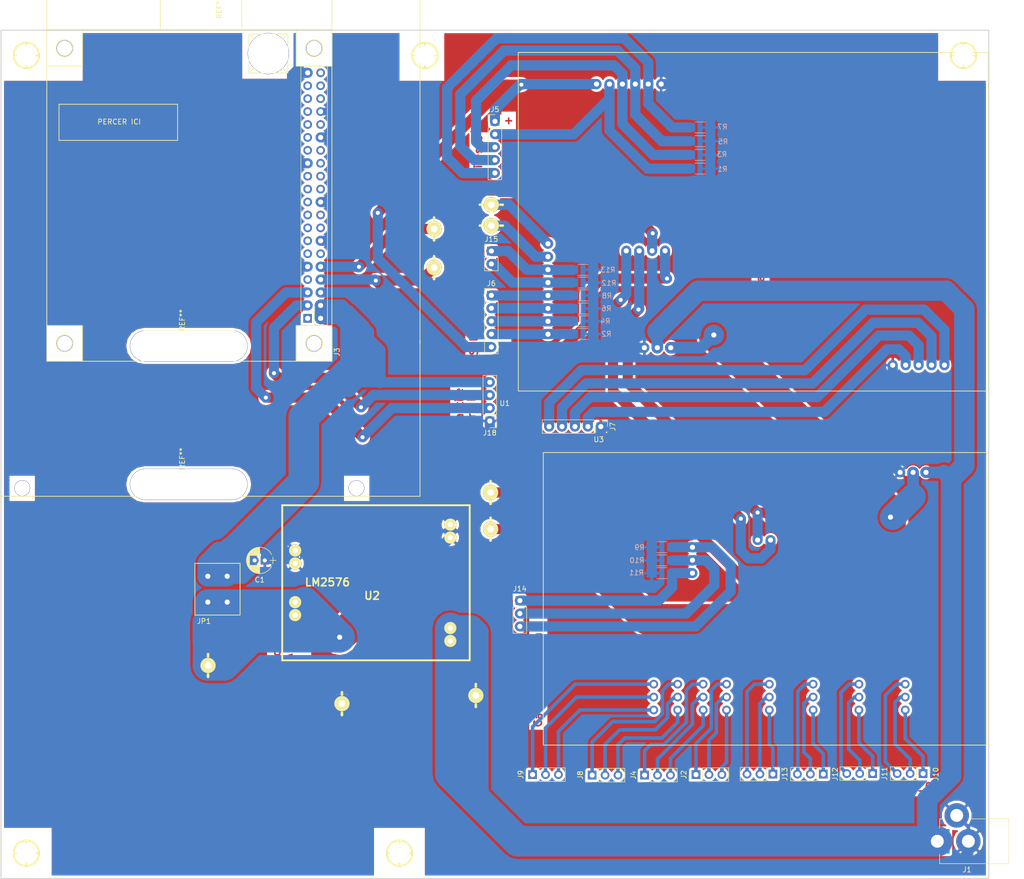
<source format=kicad_pcb>
(kicad_pcb (version 4) (host pcbnew 4.0.7)
  (layers (0 F.Cu signal hide) (31 B.Cu signal hide) (34 B.Paste user hide) (35 F.Paste user hide) (36 B.SilkS user) (37 F.SilkS user) (38 B.Mask user hide) (39 F.Mask user hide) (44 Edge.Cuts user))
  (net 0 "")
  (net 1 "VCC(12V)")
  (net 2 GND)
  (net 3 "VCC(5V)")
  (net 4 "Net-(J3-Pad1)")
  (net 5 "Net-(J3-Pad7)")
  (net 6 TX_RPI)
  (net 7 RX_RPI)
  (net 8 "Net-(J3-Pad11)")
  (net 9 "Net-(J3-Pad12)")
  (net 10 "Net-(J3-Pad13)")
  (net 11 "Net-(J3-Pad15)")
  (net 12 "Net-(J3-Pad16)")
  (net 13 "Net-(J3-Pad17)")
  (net 14 "Net-(J3-Pad18)")
  (net 15 "Net-(J3-Pad19)")
  (net 16 "Net-(J3-Pad21)")
  (net 17 "Net-(J3-Pad22)")
  (net 18 "Net-(J3-Pad23)")
  (net 19 "Net-(J3-Pad24)")
  (net 20 "Net-(J3-Pad26)")
  (net 21 "Net-(J3-Pad27)")
  (net 22 "Net-(J3-Pad28)")
  (net 23 "Net-(J3-Pad29)")
  (net 24 "Net-(J3-Pad31)")
  (net 25 "Net-(J3-Pad32)")
  (net 26 "Net-(J3-Pad33)")
  (net 27 "Net-(J3-Pad35)")
  (net 28 "Net-(J3-Pad36)")
  (net 29 "Net-(J3-Pad37)")
  (net 30 "Net-(J3-Pad38)")
  (net 31 "Net-(J3-Pad40)")
  (net 32 "Net-(J5-Pad2)")
  (net 33 "Net-(J5-Pad3)")
  (net 34 "Net-(J5-Pad4)")
  (net 35 "Net-(J5-Pad5)")
  (net 36 "Net-(J6-Pad1)")
  (net 37 "Net-(J6-Pad2)")
  (net 38 "Net-(J6-Pad3)")
  (net 39 "Net-(J6-Pad4)")
  (net 40 "Net-(J7-Pad2)")
  (net 41 "Net-(J7-Pad3)")
  (net 42 "Net-(J7-Pad4)")
  (net 43 "Net-(J7-Pad5)")
  (net 44 "Net-(J2-Pad1)")
  (net 45 "Net-(J2-Pad2)")
  (net 46 "Net-(J2-Pad3)")
  (net 47 "Net-(J4-Pad1)")
  (net 48 "Net-(J4-Pad2)")
  (net 49 "Net-(J4-Pad3)")
  (net 50 "VCC(3.3V)")
  (net 51 "Net-(J8-Pad1)")
  (net 52 "Net-(J8-Pad2)")
  (net 53 "Net-(J8-Pad3)")
  (net 54 "Net-(J9-Pad1)")
  (net 55 "Net-(J9-Pad2)")
  (net 56 "Net-(J9-Pad3)")
  (net 57 "Net-(J10-Pad1)")
  (net 58 "Net-(J10-Pad2)")
  (net 59 "Net-(J10-Pad3)")
  (net 60 "Net-(J11-Pad1)")
  (net 61 "Net-(J11-Pad2)")
  (net 62 "Net-(J11-Pad3)")
  (net 63 "Net-(J12-Pad1)")
  (net 64 "Net-(J12-Pad2)")
  (net 65 "Net-(J12-Pad3)")
  (net 66 "Net-(J13-Pad1)")
  (net 67 "Net-(J13-Pad2)")
  (net 68 "Net-(J13-Pad3)")
  (net 69 "Net-(J14-Pad1)")
  (net 70 "Net-(J14-Pad2)")
  (net 71 "Net-(J14-Pad3)")
  (net 72 "Net-(J15-Pad1)")
  (net 73 "Net-(J15-Pad2)")
  (net 74 "Net-(J16-Pad1)")
  (net 75 "Net-(J17-Pad1)")
  (net 76 RX1_Master)
  (net 77 TX1_Master)
  (net 78 "Net-(J18-Pad3)")
  (net 79 "Net-(J18-Pad2)")
  (net 80 "Net-(C1-Pad2)")
  (module Pin_Headers:Pin_Header_Straight_1x03_Pitch2.54mm (layer F.Cu) (at 167.3 170.5 90)
    (fp_text reference J2 (at 0 -2.4 90) (layer F.SilkS))
    (fp_text value Conn_01x03_Male)
    (pad 1 thru_hole rect (at 0 0 90) (size 1.7 1.7) (drill 1) (layers *.Cu *.Mask) (net 44 "Net-(J2-Pad1)"))
    (pad 2 thru_hole oval (at 0 2.54 90) (size 1.7 1.7) (drill 1) (layers *.Cu *.Mask) (net 45 "Net-(J2-Pad2)"))
    (pad 3 thru_hole oval (at 0 5.08 90) (size 1.7 1.7) (drill 1) (layers *.Cu *.Mask) (net 46 "Net-(J2-Pad3)"))
  )
  (module Pin_Headers:Pin_Header_Straight_1x03_Pitch2.54mm (layer F.Cu) (at 157.2 170.6 90)
    (fp_text reference J4 (at 0 -2.2 90) (layer F.SilkS))
    (fp_text value Conn_01x03_Male)
    (pad 1 thru_hole rect (at 0 0 90) (size 1.7 1.7) (drill 1) (layers *.Cu *.Mask) (net 47 "Net-(J4-Pad1)"))
    (pad 2 thru_hole oval (at 0 2.54 90) (size 1.7 1.7) (drill 1) (layers *.Cu *.Mask) (net 48 "Net-(J4-Pad2)"))
    (pad 3 thru_hole oval (at 0 5.08 90) (size 1.7 1.7) (drill 1) (layers *.Cu *.Mask) (net 49 "Net-(J4-Pad3)"))
  )
  (module Pin_Headers:Pin_Header_Straight_1x05_Pitch2.54mm (layer F.Cu) (at 127.8 42.1)
    (fp_text reference J5 (at 0 -2.33) (layer F.SilkS))
    (fp_text value Conn_01x05)
    (pad 1 thru_hole rect (at 0 0) (size 1.7 1.7) (drill 1) (layers *.Cu *.Mask) (net 50 "VCC(3.3V)"))
    (pad 2 thru_hole oval (at 0 2.54) (size 1.7 1.7) (drill 1) (layers *.Cu *.Mask) (net 32 "Net-(J5-Pad2)"))
    (pad 3 thru_hole oval (at 0 5.08) (size 1.7 1.7) (drill 1) (layers *.Cu *.Mask) (net 33 "Net-(J5-Pad3)"))
    (pad 4 thru_hole oval (at 0 7.62) (size 1.7 1.7) (drill 1) (layers *.Cu *.Mask) (net 34 "Net-(J5-Pad4)"))
    (pad 5 thru_hole oval (at 0 10.16) (size 1.7 1.7) (drill 1) (layers *.Cu *.Mask) (net 35 "Net-(J5-Pad5)"))
  )
  (module Pin_Headers:Pin_Header_Straight_1x05_Pitch2.54mm (layer F.Cu) (at 127.1 76.3)
    (fp_text reference J6 (at 0 -2.33) (layer F.SilkS))
    (fp_text value Conn_01x05)
    (pad 1 thru_hole rect (at 0 0) (size 1.7 1.7) (drill 1) (layers *.Cu *.Mask) (net 36 "Net-(J6-Pad1)"))
    (pad 2 thru_hole oval (at 0 2.54) (size 1.7 1.7) (drill 1) (layers *.Cu *.Mask) (net 37 "Net-(J6-Pad2)"))
    (pad 3 thru_hole oval (at 0 5.08) (size 1.7 1.7) (drill 1) (layers *.Cu *.Mask) (net 38 "Net-(J6-Pad3)"))
    (pad 4 thru_hole oval (at 0 7.62) (size 1.7 1.7) (drill 1) (layers *.Cu *.Mask) (net 39 "Net-(J6-Pad4)"))
    (pad 5 thru_hole oval (at 0 10.16) (size 1.7 1.7) (drill 1) (layers *.Cu *.Mask) (net 50 "VCC(3.3V)"))
  )
  (module Pin_Headers:Pin_Header_Straight_1x05_Pitch2.54mm (layer F.Cu) (at 148.6 102.1 270)
    (fp_text reference J7 (at 0 -2.33 270) (layer F.SilkS))
    (fp_text value Conn_01x05)
    (pad 1 thru_hole rect (at 0 0 270) (size 1.7 1.7) (drill 1) (layers *.Cu *.Mask) (net 2 GND))
    (pad 2 thru_hole oval (at 0 2.54 270) (size 1.7 1.7) (drill 1) (layers *.Cu *.Mask) (net 40 "Net-(J7-Pad2)"))
    (pad 3 thru_hole oval (at 0 5.08 270) (size 1.7 1.7) (drill 1) (layers *.Cu *.Mask) (net 41 "Net-(J7-Pad3)"))
    (pad 4 thru_hole oval (at 0 7.62 270) (size 1.7 1.7) (drill 1) (layers *.Cu *.Mask) (net 42 "Net-(J7-Pad4)"))
    (pad 5 thru_hole oval (at 0 10.16 270) (size 1.7 1.7) (drill 1) (layers *.Cu *.Mask) (net 43 "Net-(J7-Pad5)"))
  )
  (module Pin_Headers:Pin_Header_Straight_1x03_Pitch2.54mm (layer F.Cu) (at 146.9 170.6 90)
    (fp_text reference J8 (at 0 -2.33 90) (layer F.SilkS))
    (fp_text value Conn_01x03_Male)
    (pad 1 thru_hole rect (at 0 0 90) (size 1.7 1.7) (drill 1) (layers *.Cu *.Mask) (net 51 "Net-(J8-Pad1)"))
    (pad 2 thru_hole oval (at 0 2.54 90) (size 1.7 1.7) (drill 1) (layers *.Cu *.Mask) (net 52 "Net-(J8-Pad2)"))
    (pad 3 thru_hole oval (at 0 5.08 90) (size 1.7 1.7) (drill 1) (layers *.Cu *.Mask) (net 53 "Net-(J8-Pad3)"))
  )
  (module Pin_Headers:Pin_Header_Straight_1x03_Pitch2.54mm (layer F.Cu) (at 135.2 170.5 90)
    (fp_text reference J9 (at 0 -2.33 90) (layer F.SilkS))
    (fp_text value Conn_01x03_Male)
    (pad 1 thru_hole rect (at 0 0 90) (size 1.7 1.7) (drill 1) (layers *.Cu *.Mask) (net 54 "Net-(J9-Pad1)"))
    (pad 2 thru_hole oval (at 0 2.54 90) (size 1.7 1.7) (drill 1) (layers *.Cu *.Mask) (net 55 "Net-(J9-Pad2)"))
    (pad 3 thru_hole oval (at 0 5.08 90) (size 1.7 1.7) (drill 1) (layers *.Cu *.Mask) (net 56 "Net-(J9-Pad3)"))
  )
  (module Pin_Headers:Pin_Header_Straight_1x03_Pitch2.54mm (layer F.Cu) (at 211.9 170.3 270)
    (fp_text reference J10 (at 0.1 -2.5 270) (layer F.SilkS))
    (fp_text value Conn_01x03_Male)
    (pad 1 thru_hole rect (at 0 0 270) (size 1.7 1.7) (drill 1) (layers *.Cu *.Mask) (net 57 "Net-(J10-Pad1)"))
    (pad 2 thru_hole oval (at 0 2.54 270) (size 1.7 1.7) (drill 1) (layers *.Cu *.Mask) (net 58 "Net-(J10-Pad2)"))
    (pad 3 thru_hole oval (at 0 5.08 270) (size 1.7 1.7) (drill 1) (layers *.Cu *.Mask) (net 59 "Net-(J10-Pad3)"))
  )
  (module Pin_Headers:Pin_Header_Straight_1x03_Pitch2.54mm (layer F.Cu) (at 202 170.3 270)
    (fp_text reference J11 (at 0 -2.33 270) (layer F.SilkS))
    (fp_text value Conn_01x03_Male)
    (pad 1 thru_hole rect (at 0 0 270) (size 1.7 1.7) (drill 1) (layers *.Cu *.Mask) (net 60 "Net-(J11-Pad1)"))
    (pad 2 thru_hole oval (at 0 2.54 270) (size 1.7 1.7) (drill 1) (layers *.Cu *.Mask) (net 61 "Net-(J11-Pad2)"))
    (pad 3 thru_hole oval (at 0 5.08 270) (size 1.7 1.7) (drill 1) (layers *.Cu *.Mask) (net 62 "Net-(J11-Pad3)"))
  )
  (module Pin_Headers:Pin_Header_Straight_1x03_Pitch2.54mm (layer F.Cu) (at 192.3 170.4 270)
    (fp_text reference J12 (at 0 -2.33 270) (layer F.SilkS))
    (fp_text value Conn_01x03_Male)
    (pad 1 thru_hole rect (at 0 0 270) (size 1.7 1.7) (drill 1) (layers *.Cu *.Mask) (net 63 "Net-(J12-Pad1)"))
    (pad 2 thru_hole oval (at 0 2.54 270) (size 1.7 1.7) (drill 1) (layers *.Cu *.Mask) (net 64 "Net-(J12-Pad2)"))
    (pad 3 thru_hole oval (at 0 5.08 270) (size 1.7 1.7) (drill 1) (layers *.Cu *.Mask) (net 65 "Net-(J12-Pad3)"))
  )
  (module Pin_Headers:Pin_Header_Straight_1x03_Pitch2.54mm (layer F.Cu) (at 182.4 170.4 270)
    (fp_text reference J13 (at 0 -2.33 270) (layer F.SilkS))
    (fp_text value Conn_01x03_Male)
    (pad 1 thru_hole rect (at 0 0 270) (size 1.7 1.7) (drill 1) (layers *.Cu *.Mask) (net 66 "Net-(J13-Pad1)"))
    (pad 2 thru_hole oval (at 0 2.54 270) (size 1.7 1.7) (drill 1) (layers *.Cu *.Mask) (net 67 "Net-(J13-Pad2)"))
    (pad 3 thru_hole oval (at 0 5.08 270) (size 1.7 1.7) (drill 1) (layers *.Cu *.Mask) (net 68 "Net-(J13-Pad3)"))
  )
  (module Pin_Headers:Pin_Header_Straight_1x03_Pitch2.54mm (layer F.Cu) (at 132.7 136.3)
    (fp_text reference J14 (at 0 -2.33) (layer F.SilkS))
    (fp_text value Conn_01x03_Male)
    (pad 1 thru_hole rect (at 0 0) (size 1.7 1.7) (drill 1) (layers *.Cu *.Mask) (net 69 "Net-(J14-Pad1)"))
    (pad 2 thru_hole oval (at 0 2.54) (size 1.7 1.7) (drill 1) (layers *.Cu *.Mask) (net 70 "Net-(J14-Pad2)"))
    (pad 3 thru_hole oval (at 0 5.08) (size 1.7 1.7) (drill 1) (layers *.Cu *.Mask) (net 71 "Net-(J14-Pad3)"))
  )
  (module Pin_Headers:Pin_Header_Straight_1x02_Pitch2.54mm (layer F.Cu) (at 127.1 67.6)
    (fp_text reference J15 (at 0 -2.33) (layer F.SilkS))
    (fp_text value Conn_01x02)
    (pad 1 thru_hole rect (at 0 0) (size 1.7 1.7) (drill 1) (layers *.Cu *.Mask) (net 72 "Net-(J15-Pad1)"))
    (pad 2 thru_hole oval (at 0 2.54) (size 1.7 1.7) (drill 1) (layers *.Cu *.Mask) (net 73 "Net-(J15-Pad2)"))
  )
  (module Resistors_SMD:R_1206_HandSoldering (layer B.Cu) (at 168.1 51.4)
    (fp_text reference R1 (at 4.4 0.1) (layer B.SilkS) (effects (justify mirror)))
    (fp_text value R)
    (pad 1 smd rect (at -2 0) (size 2 1.7) (layers B.Cu B.Paste B.Mask) (net 32 "Net-(J5-Pad2)"))
    (pad 2 smd rect (at 2 0) (size 2 1.7) (layers B.Cu B.Paste B.Mask) (net 2 GND))
  )
  (module Resistors_SMD:R_1206_HandSoldering (layer B.Cu) (at 145.1 83.9)
    (fp_text reference R2 (at 4.6 0) (layer B.SilkS) (effects (justify mirror)))
    (fp_text value R)
    (pad 1 smd rect (at -2 0) (size 2 1.7) (layers B.Cu B.Paste B.Mask) (net 39 "Net-(J6-Pad4)"))
    (pad 2 smd rect (at 2 0) (size 2 1.7) (layers B.Cu B.Paste B.Mask) (net 2 GND))
  )
  (module Resistors_SMD:R_1206_HandSoldering (layer B.Cu) (at 168.1 48.7)
    (fp_text reference R3 (at 4.3 -0.1) (layer B.SilkS) (effects (justify mirror)))
    (fp_text value R)
    (pad 1 smd rect (at -2 0) (size 2 1.7) (layers B.Cu B.Paste B.Mask) (net 33 "Net-(J5-Pad3)"))
    (pad 2 smd rect (at 2 0) (size 2 1.7) (layers B.Cu B.Paste B.Mask) (net 2 GND))
  )
  (module Resistors_SMD:R_1206_HandSoldering (layer B.Cu) (at 145.1 81.4)
    (fp_text reference R4 (at 4.4 0) (layer B.SilkS) (effects (justify mirror)))
    (fp_text value R)
    (pad 1 smd rect (at -2 0) (size 2 1.7) (layers B.Cu B.Paste B.Mask) (net 38 "Net-(J6-Pad3)"))
    (pad 2 smd rect (at 2 0) (size 2 1.7) (layers B.Cu B.Paste B.Mask) (net 2 GND))
  )
  (module Resistors_SMD:R_1206_HandSoldering (layer B.Cu) (at 168.1 46)
    (fp_text reference R5 (at 4.5 0.1) (layer B.SilkS) (effects (justify mirror)))
    (fp_text value R)
    (pad 1 smd rect (at -2 0) (size 2 1.7) (layers B.Cu B.Paste B.Mask) (net 34 "Net-(J5-Pad4)"))
    (pad 2 smd rect (at 2 0) (size 2 1.7) (layers B.Cu B.Paste B.Mask) (net 2 GND))
  )
  (module Resistors_SMD:R_1206_HandSoldering (layer B.Cu) (at 145.1 78.9)
    (fp_text reference R6 (at 4.6 0) (layer B.SilkS) (effects (justify mirror)))
    (fp_text value R)
    (pad 1 smd rect (at -2 0) (size 2 1.7) (layers B.Cu B.Paste B.Mask) (net 37 "Net-(J6-Pad2)"))
    (pad 2 smd rect (at 2 0) (size 2 1.7) (layers B.Cu B.Paste B.Mask) (net 2 GND))
  )
  (module Resistors_SMD:R_1206_HandSoldering (layer B.Cu) (at 168.1 43.3)
    (fp_text reference R7 (at 4.4 -0.1) (layer B.SilkS) (effects (justify mirror)))
    (fp_text value R)
    (pad 1 smd rect (at -2 0) (size 2 1.7) (layers B.Cu B.Paste B.Mask) (net 35 "Net-(J5-Pad5)"))
    (pad 2 smd rect (at 2 0) (size 2 1.7) (layers B.Cu B.Paste B.Mask) (net 2 GND))
  )
  (module Resistors_SMD:R_1206_HandSoldering (layer B.Cu) (at 145.1 76.3)
    (fp_text reference R8 (at 4.7 0.1) (layer B.SilkS) (effects (justify mirror)))
    (fp_text value R)
    (pad 1 smd rect (at -2 0) (size 2 1.7) (layers B.Cu B.Paste B.Mask) (net 36 "Net-(J6-Pad1)"))
    (pad 2 smd rect (at 2 0) (size 2 1.7) (layers B.Cu B.Paste B.Mask) (net 2 GND))
  )
  (module Resistors_SMD:R_1206_HandSoldering (layer B.Cu) (at 160.6 125.8 180)
    (fp_text reference R9 (at 4.39 -0.057 180) (layer B.SilkS) (effects (justify mirror)))
    (fp_text value R)
    (pad 1 smd rect (at -2 0 180) (size 2 1.7) (layers B.Cu B.Paste B.Mask) (net 71 "Net-(J14-Pad3)"))
    (pad 2 smd rect (at 2 0 180) (size 2 1.7) (layers B.Cu B.Paste B.Mask) (net 2 GND))
  )
  (module Resistors_SMD:R_1206_HandSoldering (layer B.Cu) (at 160.6 128.4 180)
    (fp_text reference R10 (at 4.898 0.003 180) (layer B.SilkS) (effects (justify mirror)))
    (fp_text value R)
    (pad 1 smd rect (at -2 0 180) (size 2 1.7) (layers B.Cu B.Paste B.Mask) (net 70 "Net-(J14-Pad2)"))
    (pad 2 smd rect (at 2 0 180) (size 2 1.7) (layers B.Cu B.Paste B.Mask) (net 2 GND))
  )
  (module Resistors_SMD:R_1206_HandSoldering (layer B.Cu) (at 160.6 130.9 180)
    (fp_text reference R11 (at 5.025 0.09 180) (layer B.SilkS) (effects (justify mirror)))
    (fp_text value R)
    (pad 1 smd rect (at -2 0 180) (size 2 1.7) (layers B.Cu B.Paste B.Mask) (net 69 "Net-(J14-Pad1)"))
    (pad 2 smd rect (at 2 0 180) (size 2 1.7) (layers B.Cu B.Paste B.Mask) (net 2 GND))
  )
  (module Resistors_SMD:R_1206_HandSoldering (layer B.Cu) (at 145.1 73.8)
    (fp_text reference R12 (at 5.1 0.1) (layer B.SilkS) (effects (justify mirror)))
    (fp_text value R)
    (pad 1 smd rect (at -2 0) (size 2 1.7) (layers B.Cu B.Paste B.Mask) (net 73 "Net-(J15-Pad2)"))
    (pad 2 smd rect (at 2 0) (size 2 1.7) (layers B.Cu B.Paste B.Mask) (net 2 GND))
  )
  (module Resistors_SMD:R_1206_HandSoldering (layer B.Cu) (at 145.1 71.3)
    (fp_text reference R13 (at 4.9 0) (layer B.SilkS) (effects (justify mirror)))
    (fp_text value R)
    (pad 1 smd rect (at -2 0) (size 2 1.7) (layers B.Cu B.Paste B.Mask) (net 72 "Net-(J15-Pad1)"))
    (pad 2 smd rect (at 2 0) (size 2 1.7) (layers B.Cu B.Paste B.Mask) (net 2 GND))
  )
  (module "Carte Mere:Carte_Temperature" (layer F.Cu) (at 137.3 107.2)
    (fp_text reference U3 (at 10.89 -2.56) (layer F.SilkS))
    (fp_text value Carte_Temperature)
    (pad 15 thru_hole circle (at 26.4 50.6) (size 1.7 1.7) (drill 1) (layers *.Cu *.Mask) (net 53 "Net-(J8-Pad3)"))
    (pad 16 thru_hole circle (at 26.4 48.06) (size 1.7 1.7) (drill 1) (layers *.Cu *.Mask) (net 52 "Net-(J8-Pad2)"))
    (pad 17 thru_hole circle (at 26.4 45.52) (size 1.7 1.7) (drill 1) (layers *.Cu *.Mask) (net 51 "Net-(J8-Pad1)"))
    (pad 20 thru_hole circle (at 21.7 45.52) (size 1.7 1.7) (drill 1) (layers *.Cu *.Mask) (net 54 "Net-(J9-Pad1)"))
    (pad 19 thru_hole circle (at 21.7 48.06) (size 1.7 1.7) (drill 1) (layers *.Cu *.Mask) (net 55 "Net-(J9-Pad2)"))
    (pad 18 thru_hole circle (at 21.7 50.6) (size 1.7 1.7) (drill 1) (layers *.Cu *.Mask) (net 56 "Net-(J9-Pad3)"))
    (pad 14 thru_hole circle (at 31.4 45.52) (size 1.7 1.7) (drill 1) (layers *.Cu *.Mask) (net 47 "Net-(J4-Pad1)"))
    (pad 13 thru_hole circle (at 31.4 48.06) (size 1.7 1.7) (drill 1) (layers *.Cu *.Mask) (net 48 "Net-(J4-Pad2)"))
    (pad 12 thru_hole circle (at 31.4 50.6) (size 1.7 1.7) (drill 1) (layers *.Cu *.Mask) (net 49 "Net-(J4-Pad3)"))
    (pad 11 thru_hole circle (at 36 45.52) (size 1.7 1.7) (drill 1) (layers *.Cu *.Mask) (net 44 "Net-(J2-Pad1)"))
    (pad 10 thru_hole circle (at 36 48.06) (size 1.7 1.7) (drill 1) (layers *.Cu *.Mask) (net 45 "Net-(J2-Pad2)"))
    (pad 9 thru_hole circle (at 36 50.6) (size 1.7 1.7) (drill 1) (layers *.Cu *.Mask) (net 46 "Net-(J2-Pad3)"))
    (pad 30 thru_hole circle (at 44.4 45.52) (size 1.7 1.7) (drill 1) (layers *.Cu *.Mask) (net 68 "Net-(J13-Pad3)"))
    (pad 31 thru_hole circle (at 44.4 48.06) (size 1.7 1.7) (drill 1) (layers *.Cu *.Mask) (net 67 "Net-(J13-Pad2)"))
    (pad 32 thru_hole circle (at 44.4 50.6) (size 1.7 1.7) (drill 1) (layers *.Cu *.Mask) (net 66 "Net-(J13-Pad1)"))
    (pad 27 thru_hole circle (at 53 45.52) (size 1.7 1.7) (drill 1) (layers *.Cu *.Mask) (net 65 "Net-(J12-Pad3)"))
    (pad 28 thru_hole circle (at 53 48.06) (size 1.7 1.7) (drill 1) (layers *.Cu *.Mask) (net 64 "Net-(J12-Pad2)"))
    (pad 29 thru_hole circle (at 53 50.6) (size 1.7 1.7) (drill 1) (layers *.Cu *.Mask) (net 63 "Net-(J12-Pad1)"))
    (pad 24 thru_hole circle (at 62 45.52) (size 1.7 1.7) (drill 1) (layers *.Cu *.Mask) (net 62 "Net-(J11-Pad3)"))
    (pad 25 thru_hole circle (at 62 48.06) (size 1.7 1.7) (drill 1) (layers *.Cu *.Mask) (net 61 "Net-(J11-Pad2)"))
    (pad 26 thru_hole circle (at 62 50.6) (size 1.7 1.7) (drill 1) (layers *.Cu *.Mask) (net 60 "Net-(J11-Pad1)"))
    (pad 21 thru_hole circle (at 71.1 45.52) (size 1.7 1.7) (drill 1) (layers *.Cu *.Mask) (net 59 "Net-(J10-Pad3)"))
    (pad 22 thru_hole circle (at 71.1 48.06) (size 1.7 1.7) (drill 1) (layers *.Cu *.Mask) (net 58 "Net-(J10-Pad2)"))
    (pad 23 thru_hole circle (at 71.1 50.6) (size 1.7 1.7) (drill 1) (layers *.Cu *.Mask) (net 57 "Net-(J10-Pad1)"))
    (pad 8 thru_hole circle (at 29.3 18.62) (size 1.7 1.7) (drill 1) (layers *.Cu *.Mask) (net 71 "Net-(J14-Pad3)"))
    (pad 7 thru_hole circle (at 29.3 21.16) (size 1.7 1.7) (drill 1) (layers *.Cu *.Mask) (net 70 "Net-(J14-Pad2)"))
    (pad 6 thru_hole circle (at 29.3 23.7) (size 1.7 1.7) (drill 1) (layers *.Cu *.Mask) (net 69 "Net-(J14-Pad1)"))
    (pad 4 thru_hole circle (at 42.1 17.2) (size 1.7 1.7) (drill 1) (layers *.Cu *.Mask) (net 76 RX1_Master))
    (pad 5 thru_hole circle (at 44.64 17.2) (size 1.7 1.7) (drill 1) (layers *.Cu *.Mask) (net 77 TX1_Master))
    (pad 1 thru_hole circle (at 70.1 3.9) (size 1.7 1.7) (drill 1) (layers *.Cu *.Mask) (net 2 GND))
    (pad 2 thru_hole circle (at 72.64 3.9) (size 1.7 1.7) (drill 1) (layers *.Cu *.Mask) (net 3 "VCC(5V)"))
    (pad 3 thru_hole circle (at 75.18 3.9) (size 1.7 1.7) (drill 1) (layers *.Cu *.Mask) (net 1 "VCC(12V)"))
  )
  (module "Carte Mere:Alimentation_V2" (layer F.Cu) (at 103.8 132.8 180)
    (fp_text reference U2 (at 0.127 -2.54 180) (layer F.SilkS) (effects (font (thickness 0.3048))))
    (fp_text value LM2576 (at 8.9 0.1 180) (layer F.SilkS) (effects (font (thickness 0.3048))))
    (pad 1 thru_hole circle (at -15.24 -11.43 180) (size 2.4 2.4) (drill 1) (layers *.Cu *.Mask F.SilkS) (net 1 "VCC(12V)"))
    (pad 1 thru_hole circle (at -15.24 -8.89 180) (size 2.4 2.4) (drill 1) (layers *.Cu *.Mask F.SilkS) (net 1 "VCC(12V)"))
    (pad 2 thru_hole circle (at -15.24 8.89 180) (size 2.4 2.4) (drill 1) (layers *.Cu *.Mask F.SilkS) (net 2 GND))
    (pad 2 thru_hole circle (at -15.24 11.43 180) (size 2.4 2.4) (drill 1) (layers *.Cu *.Mask F.SilkS) (net 2 GND))
    (pad 4 thru_hole circle (at 15.24 -6.35 180) (size 2.4 2.4) (drill 1) (layers *.Cu *.Mask F.SilkS) (net 3 "VCC(5V)"))
    (pad 4 thru_hole circle (at 15.24 -3.81 180) (size 2.4 2.4) (drill 1) (layers *.Cu *.Mask F.SilkS) (net 3 "VCC(5V)"))
    (pad 3 thru_hole circle (at 15.24 6.35 180) (size 2.4 2.4) (drill 1) (layers *.Cu *.Mask F.SilkS) (net 2 GND))
    (pad 3 thru_hole circle (at 15.24 3.81 180) (size 2.4 2.4) (drill 1) (layers *.Cu *.Mask F.SilkS) (net 2 GND))
  )
  (module Pin_Headers:Pin_Header_Straight_1x04_Pitch2.54mm (layer F.Cu) (at 126.8 101 180)
    (fp_text reference J18 (at 0 -2.33 180) (layer F.SilkS))
    (fp_text value Conn_01x04_Male)
    (pad 1 thru_hole rect (at 0 0 180) (size 1.7 1.7) (drill 1) (layers *.Cu *.Mask) (net 2 GND))
    (pad 2 thru_hole oval (at 0 2.54 180) (size 1.7 1.7) (drill 1) (layers *.Cu *.Mask) (net 79 "Net-(J18-Pad2)"))
    (pad 3 thru_hole oval (at 0 5.08 180) (size 1.7 1.7) (drill 1) (layers *.Cu *.Mask) (net 78 "Net-(J18-Pad3)"))
    (pad 4 thru_hole oval (at 0 7.62 180) (size 1.7 1.7) (drill 1) (layers *.Cu *.Mask) (net 80 "Net-(C1-Pad2)"))
  )
  (module "Carte Mere:TSC_CON1_poignard" (layer F.Cu) (at 127.1 62.6)
    (fp_text reference J16 hide)
    (fp_text value Conn_01x01 hide)
    (pad 1 thru_hole circle (at 0 0) (size 2.99974 2.99974) (drill 1.30048) (layers *.Cu *.Mask F.SilkS) (net 74 "Net-(J16-Pad1)"))
  )
  (module "Carte Mere:TSC_CON1_poignard" (layer F.Cu) (at 127.1 58.5)
    (fp_text reference J17 hide)
    (fp_text value Conn_01x01 hide)
    (pad 1 thru_hole circle (at 0 0) (size 2.99974 2.99974) (drill 1.30048) (layers *.Cu *.Mask F.SilkS) (net 75 "Net-(J17-Pad1)"))
  )
  (module Capacitors_THT:CP_Radial_D5.0mm_P2.00mm (layer F.Cu) (at 82.6 128.4 180)
    (fp_text reference C1 (at 1 -3.81 180) (layer F.SilkS))
    (fp_text value C)
    (pad 1 thru_hole rect (at 0 0 180) (size 1.6 1.6) (drill 0.8) (layers *.Cu *.Mask) (net 2 GND))
    (pad 2 thru_hole circle (at 2 0 180) (size 1.6 1.6) (drill 0.8) (layers *.Cu *.Mask) (net 80 "Net-(C1-Pad2)"))
  )
  (module "Carte Mere:Pin_alimentation" (layer F.Cu) (at 71.4 136.6 180)
    (fp_text reference JP1 (at 0.75 -3.75 180) (layer F.SilkS))
    (fp_text value Jumper)
    (pad 1 thru_hole circle (at 0 0 180) (size 2.5 2.5) (drill 1) (layers *.Cu *.Mask) (net 3 "VCC(5V)"))
    (pad 2 thru_hole circle (at 0 5.08 180) (size 2.5 2.5) (drill 1) (layers *.Cu *.Mask) (net 80 "Net-(C1-Pad2)"))
    (pad 2 thru_hole circle (at -3.81 5.08 180) (size 2.5 2.5) (drill 1) (layers *.Cu *.Mask) (net 80 "Net-(C1-Pad2)"))
    (pad 1 thru_hole circle (at -3.81 0 180) (size 2.5 2.5) (drill 1) (layers *.Cu *.Mask) (net 3 "VCC(5V)"))
  )
  (module "Carte Mere:JACK_ALIM" (layer F.Cu) (at 214.7 183.6 180)
    (fp_text reference J1 (at -5.84 -5.59 180) (layer F.SilkS))
    (fp_text value Jack-DC)
    (pad 2 thru_hole circle (at -6.1 0 180) (size 4.8 4.8) (drill 2.54) (layers *.Cu *.Mask) (net 2 GND))
    (pad 1 thru_hole rect (at 0 0 180) (size 4.8 4.8) (drill oval 2.54) (layers *.Cu *.Mask) (net 1 "VCC(12V)"))
    (pad 3 thru_hole circle (at -3.81 5.08 180) (size 4.8 4.8) (drill oval 2.54) (layers *.Cu *.Mask) (net 2 GND))
  )
  (module "Carte Mere:RaspberryPI3_V2" (layer B.Cu) (at 100.6 114.2 90)
    (fp_text reference J3 (at 26.75 -3.825 270) (layer F.SilkS))
    (fp_text value Raspberry_Pi_2_3)
    (fp_text user "PERCER ICI" (at 72 -46.6 180) (layer F.SilkS))
    (fp_text user RJ45 (at 102.05 -50.025 90) (layer F.SilkS))
    (fp_text user USB (at 102.35 -30.325 90) (layer F.SilkS))
    (fp_text user USB (at 103.45 -14.025 90) (layer F.SilkS))
    (pad 1 thru_hole rect (at 33.375 -9.58) (size 1.7 1.7) (drill 1) (layers *.Cu *.Mask) (net 4 "Net-(J3-Pad1)"))
    (pad 2 thru_hole oval (at 33.375 -7.04) (size 1.7 1.7) (drill 1) (layers *.Cu *.Mask) (net 80 "Net-(C1-Pad2)"))
    (pad 3 thru_hole oval (at 35.915 -9.58) (size 1.7 1.7) (drill 1) (layers *.Cu *.Mask) (net 78 "Net-(J18-Pad3)"))
    (pad 4 thru_hole oval (at 35.915 -7.04) (size 1.7 1.7) (drill 1) (layers *.Cu *.Mask) (net 80 "Net-(C1-Pad2)"))
    (pad 5 thru_hole oval (at 38.455 -9.58) (size 1.7 1.7) (drill 1) (layers *.Cu *.Mask) (net 79 "Net-(J18-Pad2)"))
    (pad 6 thru_hole oval (at 38.455 -7.04) (size 1.7 1.7) (drill 1) (layers *.Cu *.Mask) (net 2 GND))
    (pad 7 thru_hole oval (at 40.995 -9.58) (size 1.7 1.7) (drill 1) (layers *.Cu *.Mask) (net 5 "Net-(J3-Pad7)"))
    (pad 8 thru_hole oval (at 40.995 -7.04) (size 1.7 1.7) (drill 1) (layers *.Cu *.Mask) (net 6 TX_RPI))
    (pad 9 thru_hole oval (at 43.535 -9.58) (size 1.7 1.7) (drill 1) (layers *.Cu *.Mask) (net 2 GND))
    (pad 10 thru_hole oval (at 43.535 -7.04) (size 1.7 1.7) (drill 1) (layers *.Cu *.Mask) (net 7 RX_RPI))
    (pad 11 thru_hole oval (at 46.075 -9.58) (size 1.7 1.7) (drill 1) (layers *.Cu *.Mask) (net 8 "Net-(J3-Pad11)"))
    (pad 12 thru_hole oval (at 46.075 -7.04) (size 1.7 1.7) (drill 1) (layers *.Cu *.Mask) (net 9 "Net-(J3-Pad12)"))
    (pad 13 thru_hole oval (at 48.615 -9.58) (size 1.7 1.7) (drill 1) (layers *.Cu *.Mask) (net 10 "Net-(J3-Pad13)"))
    (pad 14 thru_hole oval (at 48.615 -7.04) (size 1.7 1.7) (drill 1) (layers *.Cu *.Mask) (net 2 GND))
    (pad 15 thru_hole oval (at 51.155 -9.58) (size 1.7 1.7) (drill 1) (layers *.Cu *.Mask) (net 11 "Net-(J3-Pad15)"))
    (pad 16 thru_hole oval (at 51.155 -7.04) (size 1.7 1.7) (drill 1) (layers *.Cu *.Mask) (net 12 "Net-(J3-Pad16)"))
    (pad 17 thru_hole oval (at 53.695 -9.58) (size 1.7 1.7) (drill 1) (layers *.Cu *.Mask) (net 13 "Net-(J3-Pad17)"))
    (pad 18 thru_hole oval (at 53.695 -7.04) (size 1.7 1.7) (drill 1) (layers *.Cu *.Mask) (net 14 "Net-(J3-Pad18)"))
    (pad 19 thru_hole oval (at 56.235 -9.58) (size 1.7 1.7) (drill 1) (layers *.Cu *.Mask) (net 15 "Net-(J3-Pad19)"))
    (pad 20 thru_hole oval (at 56.235 -7.04) (size 1.7 1.7) (drill 1) (layers *.Cu *.Mask) (net 2 GND))
    (pad 21 thru_hole oval (at 58.775 -9.58) (size 1.7 1.7) (drill 1) (layers *.Cu *.Mask) (net 16 "Net-(J3-Pad21)"))
    (pad 22 thru_hole oval (at 58.775 -7.04) (size 1.7 1.7) (drill 1) (layers *.Cu *.Mask) (net 17 "Net-(J3-Pad22)"))
    (pad 23 thru_hole oval (at 61.315 -9.58) (size 1.7 1.7) (drill 1) (layers *.Cu *.Mask) (net 18 "Net-(J3-Pad23)"))
    (pad 24 thru_hole oval (at 61.315 -7.04) (size 1.7 1.7) (drill 1) (layers *.Cu *.Mask) (net 19 "Net-(J3-Pad24)"))
    (pad 25 thru_hole oval (at 63.855 -9.58) (size 1.7 1.7) (drill 1) (layers *.Cu *.Mask) (net 2 GND))
    (pad 26 thru_hole oval (at 63.855 -7.04) (size 1.7 1.7) (drill 1) (layers *.Cu *.Mask) (net 20 "Net-(J3-Pad26)"))
    (pad 27 thru_hole oval (at 66.395 -9.58) (size 1.7 1.7) (drill 1) (layers *.Cu *.Mask) (net 21 "Net-(J3-Pad27)"))
    (pad 28 thru_hole oval (at 66.395 -7.04) (size 1.7 1.7) (drill 1) (layers *.Cu *.Mask) (net 22 "Net-(J3-Pad28)"))
    (pad 29 thru_hole oval (at 68.935 -9.58) (size 1.7 1.7) (drill 1) (layers *.Cu *.Mask) (net 23 "Net-(J3-Pad29)"))
    (pad 30 thru_hole oval (at 68.935 -7.04) (size 1.7 1.7) (drill 1) (layers *.Cu *.Mask) (net 2 GND))
    (pad 31 thru_hole oval (at 71.475 -9.58) (size 1.7 1.7) (drill 1) (layers *.Cu *.Mask) (net 24 "Net-(J3-Pad31)"))
    (pad 32 thru_hole oval (at 71.475 -7.04) (size 1.7 1.7) (drill 1) (layers *.Cu *.Mask) (net 25 "Net-(J3-Pad32)"))
    (pad 33 thru_hole oval (at 74.015 -9.58) (size 1.7 1.7) (drill 1) (layers *.Cu *.Mask) (net 26 "Net-(J3-Pad33)"))
    (pad 34 thru_hole oval (at 74.015 -7.04) (size 1.7 1.7) (drill 1) (layers *.Cu *.Mask) (net 2 GND))
    (pad 35 thru_hole oval (at 76.555 -9.58) (size 1.7 1.7) (drill 1) (layers *.Cu *.Mask) (net 27 "Net-(J3-Pad35)"))
    (pad 36 thru_hole oval (at 76.555 -7.04) (size 1.7 1.7) (drill 1) (layers *.Cu *.Mask) (net 28 "Net-(J3-Pad36)"))
    (pad 37 thru_hole oval (at 79.095 -9.58) (size 1.7 1.7) (drill 1) (layers *.Cu *.Mask) (net 29 "Net-(J3-Pad37)"))
    (pad 38 thru_hole oval (at 79.095 -7.04) (size 1.7 1.7) (drill 1) (layers *.Cu *.Mask) (net 30 "Net-(J3-Pad38)"))
    (pad 39 thru_hole oval (at 81.635 -9.58) (size 1.7 1.7) (drill 1) (layers *.Cu *.Mask) (net 2 GND))
    (pad 40 thru_hole oval (at 81.635 -7.04) (size 1.7 1.7) (drill 1) (layers *.Cu *.Mask) (net 31 "Net-(J3-Pad40)"))
    (pad 41 thru_hole circle (at 0 0 90) (size 3.1 3.1) (drill 3) (layers *.Cu *.Mask))
    (pad 41 thru_hole circle (at 0 -65.65 90) (size 3.1 3.1) (drill 3) (layers *.Cu *.Mask))
    (pad 41 thru_hole circle (at 86.45 -8.33 90) (size 3.1 3.1) (drill 3) (layers *.Cu *.Mask))
    (pad 41 thru_hole circle (at 28.45 -8.33 90) (size 3.1 3.1) (drill 3) (layers *.Cu *.Mask))
    (pad 41 thru_hole circle (at 28.45 -57.32 90) (size 3.1 3.1) (drill 3) (layers *.Cu *.Mask))
    (pad 41 thru_hole circle (at 86.45 -57.32 90) (size 3.1 3.1) (drill 3) (layers *.Cu *.Mask))
  )
  (module "Carte Mere:Carte_Moteur_V2" (layer B.Cu) (at 132.4 95.1)
    (fp_text reference U1 (at -2.677 2.423) (layer F.SilkS))
    (fp_text value Carte_Moteur)
    (pad 2 thru_hole oval (at 23.739 -27.549) (size 1.7272 2.032) (drill 1.016) (layers *.Cu *.Mask) (net 76 RX1_Master))
    (pad 3 thru_hole oval (at 26.279 -27.549) (size 1.7272 2.032) (drill 1.016) (layers *.Cu *.Mask) (net 7 RX_RPI))
    (pad 4 thru_hole oval (at 28.819 -27.549) (size 1.7272 2.032) (drill 1.016) (layers *.Cu *.Mask) (net 6 TX_RPI))
    (pad 1 thru_hole oval (at 21.199 -27.549) (size 1.7272 2.032) (drill 1.016) (layers *.Cu *.Mask) (net 77 TX1_Master))
    (pad 18 thru_hole oval (at 15.357 -60.315) (size 1.7272 2.032) (drill 1.016) (layers *.Cu *.Mask) (net 50 "VCC(3.3V)"))
    (pad 17 thru_hole oval (at 17.897 -60.315) (size 1.7272 2.032) (drill 1.016) (layers *.Cu *.Mask) (net 32 "Net-(J5-Pad2)"))
    (pad 16 thru_hole oval (at 20.437 -60.315) (size 1.7272 2.032) (drill 1.016) (layers *.Cu *.Mask) (net 33 "Net-(J5-Pad3)"))
    (pad 15 thru_hole oval (at 22.977 -60.315) (size 1.7272 2.032) (drill 1.016) (layers *.Cu *.Mask) (net 34 "Net-(J5-Pad4)"))
    (pad 14 thru_hole oval (at 25.517 -60.315) (size 1.7272 2.032) (drill 1.016) (layers *.Cu *.Mask) (net 35 "Net-(J5-Pad5)"))
    (pad 13 thru_hole oval (at 28.057 -60.315) (size 1.7272 2.032) (drill 1.016) (layers *.Cu *.Mask) (net 2 GND))
    (pad 23 thru_hole oval (at 73.54 -5.08) (size 1.7272 2.032) (drill 1.016) (layers *.Cu *.Mask) (net 2 GND))
    (pad 22 thru_hole oval (at 76.08 -5.08) (size 1.7272 2.032) (drill 1.016) (layers *.Cu *.Mask) (net 40 "Net-(J7-Pad2)"))
    (pad 21 thru_hole oval (at 78.62 -5.08) (size 1.7272 2.032) (drill 1.016) (layers *.Cu *.Mask) (net 41 "Net-(J7-Pad3)"))
    (pad 20 thru_hole oval (at 81.16 -5.08) (size 1.7272 2.032) (drill 1.016) (layers *.Cu *.Mask) (net 42 "Net-(J7-Pad4)"))
    (pad 19 thru_hole oval (at 83.7 -5.08) (size 1.7272 2.032) (drill 1.016) (layers *.Cu *.Mask) (net 43 "Net-(J7-Pad5)"))
    (pad 26 thru_hole oval (at 24.755 -8.499) (size 1.7272 2.032) (drill 1.016) (layers *.Cu *.Mask) (net 2 GND))
    (pad 25 thru_hole oval (at 27.295 -8.499) (size 1.7272 2.032) (drill 1.016) (layers *.Cu *.Mask) (net 1 "VCC(12V)"))
    (pad 24 thru_hole oval (at 29.935 -8.499) (size 1.7272 2.032) (drill 1.016) (layers *.Cu *.Mask) (net 3 "VCC(5V)"))
    (pad 12 thru_hole oval (at 5.82 -28.93) (size 2.032 1.7272) (drill 1.016) (layers *.Cu *.Mask) (net 75 "Net-(J17-Pad1)"))
    (pad 11 thru_hole oval (at 5.82 -26.39) (size 2.032 1.7272) (drill 1.016) (layers *.Cu *.Mask) (net 74 "Net-(J16-Pad1)"))
    (pad 10 thru_hole oval (at 5.82 -23.85) (size 2.032 1.7272) (drill 1.016) (layers *.Cu *.Mask) (net 72 "Net-(J15-Pad1)"))
    (pad 9 thru_hole oval (at 5.82 -21.31) (size 2.032 1.7272) (drill 1.016) (layers *.Cu *.Mask) (net 73 "Net-(J15-Pad2)"))
    (pad 8 thru_hole oval (at 5.82 -18.77) (size 2.032 1.7272) (drill 1.016) (layers *.Cu *.Mask) (net 36 "Net-(J6-Pad1)"))
    (pad 7 thru_hole oval (at 5.82 -16.23) (size 2.032 1.7272) (drill 1.016) (layers *.Cu *.Mask) (net 37 "Net-(J6-Pad2)"))
    (pad 6 thru_hole oval (at 5.82 -13.69) (size 2.032 1.7272) (drill 1.016) (layers *.Cu *.Mask) (net 38 "Net-(J6-Pad3)"))
    (pad 5 thru_hole oval (at 5.82 -11.15) (size 2.032 1.7272) (drill 1.016) (layers *.Cu *.Mask) (net 39 "Net-(J6-Pad4)"))
  )
  (module "Carte Mere:TSC_CON1_poignard" (layer F.Cu) (at 124.05 154.95 90)
    (fp_text reference J19 hide)
    (fp_text value Conn_01x01 hide)
    (pad 1 thru_hole circle (at 0 0 90) (size 2.99974 2.99974) (drill 1.30048) (layers *.Cu *.Mask F.SilkS) (net 1 "VCC(12V)"))
  )
  (module "Carte Mere:TSC_CON1_poignard" (layer F.Cu) (at 71.45 149.05 90)
    (fp_text reference J20 hide)
    (fp_text value Conn_01x01 hide)
    (pad 1 thru_hole circle (at 0 0 90) (size 2.99974 2.99974) (drill 1.30048) (layers *.Cu *.Mask F.SilkS) (net 3 "VCC(5V)"))
  )
  (module "Carte Mere:TSC_CON1_poignard" (layer F.Cu) (at 115.85 63.25 90)
    (fp_text reference J21 hide)
    (fp_text value Conn_01x01 hide)
    (pad 1 thru_hole circle (at 0 0 90) (size 2.99974 2.99974) (drill 1.30048) (layers *.Cu *.Mask F.SilkS) (net 7 RX_RPI))
  )
  (module "Carte Mere:TSC_CON1_poignard" (layer F.Cu) (at 115.85 70.85 90)
    (fp_text reference J22 hide)
    (fp_text value Conn_01x01 hide)
    (pad 1 thru_hole circle (at 0 0 90) (size 2.99974 2.99974) (drill 1.30048) (layers *.Cu *.Mask F.SilkS) (net 6 TX_RPI))
  )
  (module "Carte Mere:TSC_CON1_poignard" (layer F.Cu) (at 126.95 115.05 90)
    (fp_text reference J23 hide)
    (fp_text value Conn_01x01 hide)
    (pad 1 thru_hole circle (at 0 0 90) (size 2.99974 2.99974) (drill 1.30048) (layers *.Cu *.Mask F.SilkS) (net 77 TX1_Master))
  )
  (module "Carte Mere:TSC_CON1_poignard" (layer F.Cu) (at 126.95 122.25 90)
    (fp_text reference J24 hide)
    (fp_text value Conn_01x01 hide)
    (pad 1 thru_hole circle (at 0 0 90) (size 2.99974 2.99974) (drill 1.30048) (layers *.Cu *.Mask F.SilkS) (net 76 RX1_Master))
  )
  (module "Carte Mere:TSC_CON1_poignard" (layer F.Cu) (at 97.75 156.55 90)
    (fp_text reference J25 hide)
    (fp_text value Conn_01x01 hide)
    (pad 1 thru_hole circle (at 0 0 90) (size 2.99974 2.99974) (drill 1.30048) (layers *.Cu *.Mask F.SilkS) (net 2 GND))
  )
  (module "Carte Mere:TROU_Ecran" (layer F.Cu) (at 67.65 113.45 90)
    (fp_text reference REF** (at 5.08 -1.27 90) (layer F.SilkS))
    (fp_text value TROU_Ecran)
    (pad 2 thru_hole oval (at 0 0 90) (size 6.1 23.1) (drill oval 6 23) (layers *.Cu *.Mask))
  )
  (module "Carte Mere:TROU_Ecran" (layer F.Cu) (at 67.65 86.25 90)
    (fp_text reference REF** (at 5.08 -1.27 90) (layer F.SilkS))
    (fp_text value TROU_Ecran)
    (pad 2 thru_hole oval (at 0 0 90) (size 6.1 23.1) (drill oval 6 23) (layers *.Cu *.Mask))
  )
  (module base_V2:TROU_3.5 (layer F.Cu) (at 35.75 185.95 90)
    (fp_text reference TROU_3.5 hide)
    (fp_text value Val** hide)
    (pad "" np_thru_hole circle (at 0 0 90) (size 3.50012 3.50012) (drill 3.50012) (layers *.Cu *.Mask F.SilkS))
  )
  (module base_V2:TROU_3.5 (layer F.Cu) (at 35.75 29.15 90)
    (fp_text reference TROU_3.5 hide)
    (fp_text value Val** hide)
    (pad "" np_thru_hole circle (at 0 0 90) (size 3.50012 3.50012) (drill 3.50012) (layers *.Cu *.Mask F.SilkS))
  )
  (module base_V2:TROU_3.5 (layer F.Cu) (at 109.05 185.95 90)
    (fp_text reference TROU_3.5 hide)
    (fp_text value Val** hide)
    (pad "" np_thru_hole circle (at 0 0 90) (size 3.50012 3.50012) (drill 3.50012) (layers *.Cu *.Mask F.SilkS))
  )
  (module base_V2:TROU_3.5 (layer F.Cu) (at 219.85 29.15 90)
    (fp_text reference TROU_3.5 hide)
    (fp_text value Val** hide)
    (pad "" np_thru_hole circle (at 0 0 90) (size 3.50012 3.50012) (drill 3.50012) (layers *.Cu *.Mask F.SilkS))
  )
  (module base_V2:TROU_3.5 (layer F.Cu) (at 114.05 29.15 90)
    (fp_text reference TROU_3.5 hide)
    (fp_text value Val** hide)
    (pad "" np_thru_hole circle (at 0 0 90) (size 3.50012 3.50012) (drill 3.50012) (layers *.Cu *.Mask F.SilkS))
  )
  (module "Carte Mere:TROU_PIN_RASPBERRY" (layer F.Cu) (at 76.95 30.05 90)
    (fp_text reference REF** (at 10.23 -3.3 90) (layer F.SilkS))
    (fp_text value TROU_PIN_RASPBERRY)
    (pad 3 thru_hole circle (at 1.27 6.35 90) (size 8.1 8.1) (drill 8) (layers *.Cu *.Mask))
  )
  (gr_text "Bouton\nMoteur" (at 133.05 102.55 90) (layer F.Cu) (effects (font (size 1.5 1.5) (thickness 0.3))))
  (gr_line (start 30.8 190.9) (end 30.8 24.2) (angle 90) (layer Edge.Cuts) (width 0.15))
  (gr_line (start 224.8 190.9) (end 30.8 190.9) (angle 90) (layer Edge.Cuts) (width 0.15))
  (gr_line (start 224.8 24.2) (end 224.8 190.9) (angle 90) (layer Edge.Cuts) (width 0.15))
  (gr_line (start 30.8 24.2) (end 224.8 24.2) (angle 90) (layer Edge.Cuts) (width 0.15))
  (gr_line (start 30.8 190.9) (end 30.8 164.8) (angle 90) (layer Edge.Cuts) (width 0.15))
  (gr_line (start 224.8 190.9) (end 30.8 190.9) (angle 90) (layer Edge.Cuts) (width 0.15))
  (gr_line (start 224.8 164.7) (end 224.8 190.9) (angle 90) (layer Edge.Cuts) (width 0.15))
  (gr_line (start 30.8 24.2) (end 30.8 164.8) (angle 90) (layer Edge.Cuts) (width 0.15))
  (gr_line (start 224.8 24.2) (end 224.8 164.8) (angle 90) (layer Edge.Cuts) (width 0.15))
  (gr_line (start 30.8 24.2) (end 224.8 24.2) (angle 90) (layer Edge.Cuts) (width 0.15))
  (gr_text + (at 129.6 86.6) (layer F.Cu) (effects (font (size 1.5 1.5) (thickness 0.3))))
  (gr_text + (at 130.5 41.9) (layer F.Cu) (effects (font (size 1.5 1.5) (thickness 0.3))))
  (gr_text Vitesse (at 124.5 48.7 90) (layer F.Cu) (effects (font (size 1.5 1.5) (thickness 0.3))))
  (gr_text "Selecteur Astre" (at 123.7 79.5 90) (layer F.Cu) (effects (font (size 1.5 1.5) (thickness 0.3))))
  (gr_text "Inv. Motor" (at 118.1 66.2) (layer F.Cu) (effects (font (size 1.5 1.5) (thickness 0.3))))
  (gr_text "Ecrant tactile\nRaspberry Pi" (at 122 102.2 90) (layer F.Cu) (effects (font (size 1.5 1.5) (thickness 0.3))))
  (gr_text "Mode Regulation" (at 128.9 144.7 90) (layer F.Cu) (effects (font (size 1.5 1.5) (thickness 0.3))))
  (gr_text "POT = | S - + |" (at 145.8 176.7) (layer F.Cu) (effects (font (size 1.5 1.5) (thickness 0.3))))
  (gr_text "LM35 = | S - + |" (at 195.4 175.9) (layer F.Cu) (effects (font (size 1.5 1.5) (thickness 0.3))))
  (gr_text LM35_3 (at 179.8 173) (layer F.Cu) (effects (font (size 1.5 1.5) (thickness 0.3))))
  (gr_text LM35_2 (at 189.8 173) (layer F.Cu) (effects (font (size 1.5 1.5) (thickness 0.3))))
  (gr_text LM35_1 (at 199.7 172.9) (layer F.Cu) (effects (font (size 1.5 1.5) (thickness 0.3))))
  (gr_text LM35_0 (at 209.5 172.9) (layer F.Cu) (effects (font (size 1.5 1.5) (thickness 0.3))))
  (gr_text POT_3 (at 138 173.1) (layer F.Cu) (effects (font (size 1.5 1.5) (thickness 0.3))))
  (gr_text POT_2 (at 149.4 173.3) (layer F.Cu) (effects (font (size 1.5 1.5) (thickness 0.3))))
  (gr_text POT_1 (at 159.8 173.5) (layer F.Cu) (effects (font (size 1.5 1.5) (thickness 0.3))))
  (gr_text POT_0 (at 169.6 173.5) (layer F.Cu) (effects (font (size 1.5 1.5) (thickness 0.3))))
  (gr_text "Alimentation\n5V - 3A\nLM2576" (at 87.3 151.5 90) (layer F.Cu) (effects (font (size 1.5 1.5) (thickness 0.3))))
  (gr_text "Tanguy Dietrich\nDiplome 2019 - Telescope\nCarte mère" (at 50.6 166.7 90) (layer F.Cu) (effects (font (size 1.5 1.5) (thickness 0.3))))
  (gr_text "Carte Temperature" (at 136.25 150.75 90) (layer F.Cu) (effects (font (size 1.5 1.5) (thickness 0.3))))
  (gr_text "Carte Moteur" (at 179.9 67.9 90) (layer F.Cu) (effects (font (size 1.5 1.5) (thickness 0.3))))
  (gr_text "Raspberry Pi 3 B+" (at 50.6 67.2 90) (layer F.Cu) (effects (font (size 1.5 1.5) (thickness 0.3))))
  (segment (start 124.05 154.95) (end 124.05 175.35) (width 5) (layer B.Cu) (net 1))
  (segment (start 124.1 173.6) (end 124.1 175.4) (width 5) (layer B.Cu) (net 1))
  (segment (start 124.1 175.3) (end 124.1 173.6) (width 5) (layer B.Cu) (net 1))
  (segment (start 124.05 175.35) (end 124.1 175.3) (width 5) (layer B.Cu) (net 1))
  (segment (start 119.04 141.69) (end 123.09 141.69) (width 5) (layer B.Cu) (net 1))
  (segment (start 124.05 142.65) (end 124.05 153.05) (width 5) (layer B.Cu) (net 1))
  (segment (start 123.09 141.69) (end 124.05 142.65) (width 5) (layer B.Cu) (net 1))
  (segment (start 124.05 154.95) (end 124.05 159.05) (width 5) (layer B.Cu) (net 1))
  (segment (start 124.05 159.05) (end 119.04 164.06) (width 5) (layer B.Cu) (net 1))
  (segment (start 124.05 154.95) (end 124.05 153.05) (width 5) (layer B.Cu) (net 1))
  (segment (start 124.05 153.05) (end 119.04 148.04) (width 5) (layer B.Cu) (net 1))
  (segment (start 124.05 154.95) (end 123.05 154.95) (width 5) (layer B.Cu) (net 1))
  (segment (start 123.05 154.95) (end 119.04 158.96) (width 5) (layer B.Cu) (net 1))
  (segment (start 220 88.6) (end 220 79) (width 4) (layer B.Cu) (net 1))
  (segment (start 167.7 75.4) (end 162.4 80.7) (width 4) (layer B.Cu) (net 1))
  (segment (start 216.4 75.4) (end 167.7 75.4) (width 4) (layer B.Cu) (net 1))
  (segment (start 220 79) (end 216.4 75.4) (width 4) (layer B.Cu) (net 1))
  (segment (start 217.4 117.2) (end 217.4 112.4) (width 2.3) (layer B.Cu) (net 1))
  (segment (start 159.695 83.405) (end 159.695 86.601) (width 2.3) (layer B.Cu) (net 1))
  (segment (start 162.4 80.7) (end 159.695 83.405) (width 4) (layer B.Cu) (net 1))
  (segment (start 220 109.8) (end 220 88.6) (width 4) (layer B.Cu) (net 1))
  (segment (start 217.4 112.4) (end 220 109.8) (width 4) (layer B.Cu) (net 1))
  (segment (start 212.48 111.1) (end 216 111.1) (width 2.3) (layer B.Cu) (net 1))
  (segment (start 212.7 175.4) (end 212.7 181.6) (width 4) (layer B.Cu) (net 1))
  (segment (start 217.4 170.7) (end 212.7 175.4) (width 4) (layer B.Cu) (net 1))
  (segment (start 217.4 112.5) (end 217.4 117.2) (width 4) (layer B.Cu) (net 1))
  (segment (start 217.4 117.2) (end 217.4 170.7) (width 4) (layer B.Cu) (net 1))
  (segment (start 216 111.1) (end 217.4 112.5) (width 3) (layer B.Cu) (net 1))
  (segment (start 212.7 181.6) (end 214.7 183.6) (width 2.3) (layer B.Cu) (net 1))
  (segment (start 119.04 141.69) (end 119.04 144.23) (width 6) (layer B.Cu) (net 1))
  (segment (start 214.7 183.6) (end 132.3 183.6) (width 6) (layer B.Cu) (net 1))
  (segment (start 132.3 183.6) (end 124.1 175.4) (width 6) (layer B.Cu) (net 1))
  (segment (start 119.04 170.34) (end 119.04 164.06) (width 6) (layer B.Cu) (net 1))
  (segment (start 124.1 175.4) (end 119.04 170.34) (width 6) (layer B.Cu) (net 1))
  (segment (start 119.04 164.06) (end 119.04 158.96) (width 6) (layer B.Cu) (net 1))
  (segment (start 119.04 158.96) (end 119.04 148.04) (width 6) (layer B.Cu) (net 1))
  (segment (start 119.04 148.04) (end 119.04 144.23) (width 6) (layer B.Cu) (net 1))
  (segment (start 68.05 162.15) (end 92.15 162.15) (width 4) (layer B.Cu) (net 2))
  (segment (start 92.15 162.15) (end 97.75 156.55) (width 4) (layer B.Cu) (net 2))
  (segment (start 51.85 145.95) (end 68.05 162.15) (width 4) (layer B.Cu) (net 2))
  (segment (start 51.85 72.65) (end 51.85 145.95) (width 4) (layer B.Cu) (net 2))
  (segment (start 56.5 68) (end 51.85 72.65) (width 4) (layer B.Cu) (net 2))
  (segment (start 86.5 68) (end 56.5 68) (width 4) (layer B.Cu) (net 2))
  (segment (start 97.75 156.55) (end 108.25 156.55) (width 2.3) (layer B.Cu) (net 2))
  (segment (start 108.25 156.55) (end 108.6 156.2) (width 2.3) (layer B.Cu) (net 2))
  (segment (start 135.6 92.8) (end 132.1 92.8) (width 2) (layer B.Cu) (net 2))
  (segment (start 132.1 92.8) (end 132.2 92.9) (width 2) (layer B.Cu) (net 2))
  (segment (start 132.2 92.9) (end 132.8 92.9) (width 2) (layer B.Cu) (net 2))
  (segment (start 132.8 92.9) (end 132.2 92.9) (width 2) (layer B.Cu) (net 2))
  (segment (start 93.56 75.745) (end 99.845 75.745) (width 2) (layer B.Cu) (net 2))
  (segment (start 99.845 75.745) (end 114 89.9) (width 2) (layer B.Cu) (net 2))
  (segment (start 114 89.9) (end 129.2 89.9) (width 2) (layer B.Cu) (net 2))
  (segment (start 129.2 89.9) (end 132.2 92.9) (width 2) (layer B.Cu) (net 2))
  (segment (start 132.2 92.9) (end 133.9 94.6) (width 2) (layer B.Cu) (net 2))
  (segment (start 147.1 83.9) (end 147.1 85.6) (width 2) (layer B.Cu) (net 2))
  (segment (start 133.9 109.9) (end 136 112) (width 2) (layer B.Cu) (net 2))
  (segment (start 133.9 94.5) (end 133.9 94.6) (width 2) (layer B.Cu) (net 2))
  (segment (start 133.9 94.6) (end 133.9 109.9) (width 2) (layer B.Cu) (net 2))
  (segment (start 140.6 87.8) (end 135.6 92.8) (width 2) (layer B.Cu) (net 2))
  (segment (start 135.6 92.8) (end 133.9 94.5) (width 2) (layer B.Cu) (net 2))
  (segment (start 144.9 87.8) (end 140.6 87.8) (width 2) (layer B.Cu) (net 2))
  (segment (start 147.1 85.6) (end 144.9 87.8) (width 2) (layer B.Cu) (net 2))
  (segment (start 148.6 102.1) (end 148.6 104.4) (width 2) (layer B.Cu) (net 2))
  (segment (start 148.6 104.4) (end 141 112) (width 2) (layer B.Cu) (net 2))
  (segment (start 141 112) (end 136 112) (width 2) (layer B.Cu) (net 2))
  (segment (start 130.3 112) (end 126.8 108.5) (width 2) (layer B.Cu) (net 2))
  (segment (start 136 112) (end 130.3 112) (width 2) (layer B.Cu) (net 2))
  (segment (start 147.1 65) (end 147.1 64.6) (width 2) (layer B.Cu) (net 2))
  (segment (start 97.4 55.5) (end 96.5 56.4) (width 2) (layer B.Cu) (net 2))
  (segment (start 138 55.5) (end 97.4 55.5) (width 2) (layer B.Cu) (net 2))
  (segment (start 147.1 64.6) (end 138 55.5) (width 2) (layer B.Cu) (net 2))
  (segment (start 93.56 45.265) (end 96.335 45.265) (width 2) (layer B.Cu) (net 2))
  (segment (start 96.335 45.265) (end 96.5 45.1) (width 2) (layer B.Cu) (net 2))
  (segment (start 93.56 57.965) (end 94.935 57.965) (width 2) (layer B.Cu) (net 2))
  (segment (start 94.935 57.965) (end 96.5 56.4) (width 2) (layer B.Cu) (net 2))
  (segment (start 93.56 65.585) (end 96.5 65.585) (width 2) (layer B.Cu) (net 2))
  (segment (start 96.2 65.5) (end 96.5 65.5) (width 2) (layer B.Cu) (net 2))
  (segment (start 96.415 65.5) (end 96.2 65.5) (width 2) (layer B.Cu) (net 2))
  (segment (start 96.5 65.585) (end 96.415 65.5) (width 2) (layer B.Cu) (net 2))
  (segment (start 96.5 38.8) (end 96.5 45.1) (width 2) (layer B.Cu) (net 2))
  (segment (start 96.5 45.1) (end 96.5 56.4) (width 2) (layer B.Cu) (net 2))
  (segment (start 96.5 56.4) (end 96.5 65.5) (width 2) (layer B.Cu) (net 2))
  (segment (start 95.115 40.185) (end 93.56 40.185) (width 1.5) (layer B.Cu) (net 2))
  (segment (start 96.5 38.8) (end 95.115 40.185) (width 1.5) (layer B.Cu) (net 2))
  (segment (start 88.455 50.345) (end 88.455 33.345) (width 2) (layer B.Cu) (net 2))
  (segment (start 89.235 32.565) (end 91.02 32.565) (width 2) (layer B.Cu) (net 2))
  (segment (start 88.455 33.345) (end 89.235 32.565) (width 2) (layer B.Cu) (net 2))
  (segment (start 91.02 70.665) (end 89.165 70.665) (width 2) (layer B.Cu) (net 2))
  (segment (start 88.455 50.345) (end 91.02 50.345) (width 2) (layer B.Cu) (net 2))
  (segment (start 86.5 52.3) (end 88.455 50.345) (width 2) (layer B.Cu) (net 2))
  (segment (start 86.5 68) (end 86.5 52.3) (width 2) (layer B.Cu) (net 2))
  (segment (start 89.165 70.665) (end 86.5 68) (width 2) (layer B.Cu) (net 2))
  (segment (start 147.1 71.3) (end 147.1 65) (width 2) (layer B.Cu) (net 2))
  (segment (start 147.1 65) (end 147.1 64.9) (width 2) (layer B.Cu) (net 2))
  (segment (start 170.1 55.1) (end 170.1 51.4) (width 2) (layer B.Cu) (net 2))
  (segment (start 164.6 60.6) (end 170.1 55.1) (width 2) (layer B.Cu) (net 2))
  (segment (start 151.4 60.6) (end 164.6 60.6) (width 2) (layer B.Cu) (net 2))
  (segment (start 147.1 64.9) (end 151.4 60.6) (width 2) (layer B.Cu) (net 2))
  (segment (start 148.6 102.1) (end 148.6 104.1) (width 2) (layer B.Cu) (net 2))
  (segment (start 158.6 114.1) (end 158.6 125.8) (width 2) (layer B.Cu) (net 2))
  (segment (start 148.6 104.1) (end 158.6 114.1) (width 2) (layer B.Cu) (net 2))
  (segment (start 205.94 101) (end 204.6 101) (width 2) (layer B.Cu) (net 2))
  (segment (start 204.6 101) (end 204.5 100.9) (width 2) (layer B.Cu) (net 2))
  (segment (start 201.5 102.1) (end 205.88 102.1) (width 2) (layer B.Cu) (net 2))
  (segment (start 205.88 102.1) (end 205.94 102.16) (width 2) (layer B.Cu) (net 2))
  (segment (start 148.6 102.1) (end 201.5 102.1) (width 2) (layer B.Cu) (net 2))
  (segment (start 201.5 102.1) (end 201.7 102.1) (width 2) (layer B.Cu) (net 2))
  (segment (start 201.7 102.1) (end 205.94 97.86) (width 2) (layer B.Cu) (net 2))
  (segment (start 205.94 90.02) (end 205.94 97.86) (width 2) (layer B.Cu) (net 2))
  (segment (start 205.94 97.86) (end 205.94 101) (width 2) (layer B.Cu) (net 2))
  (segment (start 205.94 101) (end 205.94 102.16) (width 2) (layer B.Cu) (net 2))
  (segment (start 205.94 102.16) (end 205.94 109.64) (width 2) (layer B.Cu) (net 2))
  (segment (start 205.94 109.64) (end 207.4 111.1) (width 2) (layer B.Cu) (net 2))
  (segment (start 170.1 43.3) (end 170.1 39) (width 2) (layer B.Cu) (net 2))
  (segment (start 165.885 34.785) (end 160.457 34.785) (width 2) (layer B.Cu) (net 2))
  (segment (start 170.1 39) (end 165.885 34.785) (width 2) (layer B.Cu) (net 2))
  (segment (start 170.1 46) (end 170.1 43.3) (width 2) (layer B.Cu) (net 2))
  (segment (start 170.1 48.7) (end 170.1 46) (width 2) (layer B.Cu) (net 2))
  (segment (start 170.1 51.4) (end 170.1 48.7) (width 2) (layer B.Cu) (net 2))
  (segment (start 147.1 73.8) (end 147.1 76.3) (width 2) (layer B.Cu) (net 2))
  (segment (start 147.1 76.3) (end 147.1 78.9) (width 2) (layer B.Cu) (net 2))
  (segment (start 147.1 81.4) (end 147.1 78.9) (width 2) (layer B.Cu) (net 2))
  (segment (start 147.1 83.9) (end 147.1 85.2) (width 2) (layer B.Cu) (net 2))
  (segment (start 148.501 86.601) (end 157.155 86.601) (width 2) (layer B.Cu) (net 2))
  (segment (start 147.1 85.2) (end 148.501 86.601) (width 2) (layer B.Cu) (net 2))
  (segment (start 147.1 81.4) (end 147.1 71.3) (width 2) (layer B.Cu) (net 2))
  (segment (start 147.1 83.9) (end 147.1 81.4) (width 2) (layer B.Cu) (net 2))
  (segment (start 220.8 183.6) (end 220.8 185.8) (width 2) (layer B.Cu) (net 2))
  (segment (start 220.8 185.8) (end 218 188.6) (width 2) (layer B.Cu) (net 2))
  (segment (start 108.6 131.7) (end 113.85 126.45) (width 2) (layer B.Cu) (net 2))
  (segment (start 108.6 172.7) (end 108.6 156.2) (width 2) (layer B.Cu) (net 2))
  (segment (start 108.6 156.2) (end 108.6 131.7) (width 2) (layer B.Cu) (net 2))
  (segment (start 124.5 188.6) (end 108.6 172.7) (width 2) (layer B.Cu) (net 2))
  (segment (start 218 188.6) (end 124.5 188.6) (width 2) (layer B.Cu) (net 2))
  (segment (start 158.6 128.4) (end 158.6 125.8) (width 2) (layer B.Cu) (net 2))
  (segment (start 158.6 130.9) (end 158.6 128.4) (width 2) (layer B.Cu) (net 2))
  (segment (start 220.8 183.6) (end 220.8 180.81) (width 0.7) (layer B.Cu) (net 2))
  (segment (start 220.8 180.81) (end 218.51 178.52) (width 0.7) (layer B.Cu) (net 2))
  (segment (start 119.04 121.37) (end 119.04 116.56) (width 2) (layer B.Cu) (net 2))
  (segment (start 119.04 116.56) (end 126.8 108.8) (width 2) (layer B.Cu) (net 2))
  (segment (start 126.8 108.8) (end 126.8 108.5) (width 2) (layer B.Cu) (net 2))
  (segment (start 126.8 108.5) (end 126.8 101) (width 2) (layer B.Cu) (net 2))
  (segment (start 119.04 123.91) (end 119.04 121.37) (width 2) (layer B.Cu) (net 2))
  (segment (start 88.56 126.45) (end 113.85 126.45) (width 2) (layer B.Cu) (net 2))
  (segment (start 113.85 126.45) (end 116.5 126.45) (width 2) (layer B.Cu) (net 2))
  (segment (start 116.5 126.45) (end 119.04 123.91) (width 2) (layer B.Cu) (net 2))
  (segment (start 84.05 127.35) (end 87.55 127.35) (width 1.5) (layer B.Cu) (net 2))
  (segment (start 87.55 127.35) (end 87.7 127.5) (width 1.5) (layer B.Cu) (net 2))
  (segment (start 88.56 126.45) (end 84.95 126.45) (width 1.5) (layer B.Cu) (net 2))
  (segment (start 84.95 126.45) (end 84.05 127.35) (width 1.5) (layer B.Cu) (net 2))
  (segment (start 84.05 127.35) (end 83.8 127.6) (width 1.5) (layer B.Cu) (net 2))
  (segment (start 82.6 128.4) (end 82.6 127.3) (width 1.5) (layer B.Cu) (net 2))
  (segment (start 83.45 126.45) (end 88.56 126.45) (width 1.5) (layer B.Cu) (net 2))
  (segment (start 82.6 127.3) (end 83.45 126.45) (width 1.5) (layer B.Cu) (net 2))
  (segment (start 88.56 128.99) (end 88.56 126.45) (width 1.5) (layer B.Cu) (net 2))
  (segment (start 82.6 128.4) (end 87.97 128.4) (width 1.5) (layer B.Cu) (net 2))
  (segment (start 87.97 128.4) (end 88.56 128.99) (width 1.5) (layer B.Cu) (net 2))
  (segment (start 71.45 149.05) (end 74.55 149.05) (width 6) (layer B.Cu) (net 3))
  (segment (start 74.55 149.05) (end 80.1 143.5) (width 6) (layer B.Cu) (net 3))
  (segment (start 71.45 149.05) (end 71.45 144.05) (width 6) (layer B.Cu) (net 3))
  (segment (start 71.45 144.05) (end 71.4 144) (width 6) (layer B.Cu) (net 3))
  (segment (start 71.4 140.6) (end 71.4 144) (width 6) (layer B.Cu) (net 3))
  (segment (start 71.9 143.5) (end 80.1 143.5) (width 6) (layer B.Cu) (net 3))
  (segment (start 71.4 144) (end 71.9 143.5) (width 6) (layer B.Cu) (net 3))
  (segment (start 80.1 143.5) (end 97.3 143.5) (width 6) (layer B.Cu) (net 3))
  (segment (start 162.335 86.601) (end 168.299 86.601) (width 2.3) (layer B.Cu) (net 3))
  (segment (start 205.5 118.8) (end 205.5 119.9) (width 2) (layer F.Cu) (net 3))
  (segment (start 170.8 84.1) (end 205.5 118.8) (width 6) (layer F.Cu) (net 3))
  (via (at 170.8 84.1) (size 4) (drill 1) (layers F.Cu B.Cu) (net 3))
  (segment (start 168.299 86.601) (end 170.8 84.1) (width 2.3) (layer B.Cu) (net 3))
  (segment (start 205.5 119.9) (end 205.9 119.9) (width 2) (layer B.Cu) (net 3))
  (segment (start 90.41 136.61) (end 97.3 143.5) (width 6) (layer B.Cu) (net 3))
  (segment (start 88.56 136.61) (end 90.41 136.61) (width 5) (layer B.Cu) (net 3))
  (via (at 97.3 143.5) (size 4) (drill 1) (layers F.Cu B.Cu) (net 3))
  (segment (start 97.3 143.5) (end 110.5 130.3) (width 6) (layer F.Cu) (net 3))
  (segment (start 110.5 130.3) (end 148 130.3) (width 6) (layer F.Cu) (net 3))
  (segment (start 148 130.3) (end 157.7 140) (width 6) (layer F.Cu) (net 3))
  (segment (start 157.7 140) (end 189.4 140) (width 6) (layer F.Cu) (net 3))
  (segment (start 189.4 140) (end 205.5 123.9) (width 6) (layer F.Cu) (net 3))
  (segment (start 205.5 123.9) (end 205.5 119.9) (width 6) (layer F.Cu) (net 3))
  (via (at 205.5 119.9) (size 4) (drill 1) (layers F.Cu B.Cu) (net 3))
  (segment (start 209.94 115.86) (end 209.94 111.1) (width 2.3) (layer B.Cu) (net 3))
  (segment (start 205.9 119.9) (end 209.94 115.86) (width 5) (layer B.Cu) (net 3))
  (segment (start 88.56 136.61) (end 75.22 136.61) (width 5) (layer B.Cu) (net 3))
  (segment (start 75.22 136.61) (end 75.21 136.6) (width 5) (layer B.Cu) (net 3))
  (segment (start 71.4 136.6) (end 71.4 140.6) (width 5) (layer B.Cu) (net 3))
  (segment (start 72.85 139.15) (end 77.76 139.15) (width 6) (layer B.Cu) (net 3))
  (segment (start 71.4 140.6) (end 72.85 139.15) (width 5) (layer B.Cu) (net 3))
  (segment (start 71.4 136.6) (end 75.21 136.6) (width 5) (layer B.Cu) (net 3))
  (segment (start 88.56 139.15) (end 77.76 139.15) (width 6) (layer B.Cu) (net 3))
  (segment (start 77.76 139.15) (end 75.21 136.6) (width 5) (layer B.Cu) (net 3))
  (segment (start 88.56 139.15) (end 88.56 136.61) (width 5) (layer B.Cu) (net 3))
  (segment (start 104.4 73.4) (end 113.3 73.4) (width 2) (layer F.Cu) (net 6))
  (segment (start 113.3 73.4) (end 115.85 70.85) (width 2) (layer F.Cu) (net 6))
  (segment (start 93.56 73.205) (end 104.205 73.205) (width 2) (layer B.Cu) (net 6))
  (segment (start 161.219 72.619) (end 161.219 67.551) (width 2) (layer B.Cu) (net 6))
  (segment (start 161.6 73) (end 161.219 72.619) (width 2) (layer B.Cu) (net 6))
  (via (at 161.6 73) (size 1.5) (drill 0.8) (layers F.Cu B.Cu) (net 6))
  (segment (start 148.8 73) (end 161.6 73) (width 2) (layer F.Cu) (net 6))
  (segment (start 145.9 75.9) (end 148.8 73) (width 2) (layer F.Cu) (net 6))
  (segment (start 145.9 82) (end 145.9 75.9) (width 2) (layer F.Cu) (net 6))
  (segment (start 138.1 89.8) (end 145.9 82) (width 2) (layer F.Cu) (net 6))
  (segment (start 120.8 89.8) (end 138.1 89.8) (width 2) (layer F.Cu) (net 6))
  (segment (start 104.4 73.4) (end 120.8 89.8) (width 2) (layer F.Cu) (net 6))
  (via (at 104.4 73.4) (size 1.5) (drill 0.8) (layers F.Cu B.Cu) (net 6))
  (segment (start 104.205 73.205) (end 104.4 73.4) (width 2) (layer B.Cu) (net 6))
  (segment (start 115.85 63.25) (end 108.55 63.25) (width 2) (layer F.Cu) (net 7))
  (segment (start 108.55 63.25) (end 108.85 62.95) (width 2) (layer F.Cu) (net 7))
  (segment (start 108.85 62.95) (end 109.45 62.95) (width 2) (layer F.Cu) (net 7))
  (segment (start 109.45 62.95) (end 108.85 62.95) (width 2) (layer F.Cu) (net 7))
  (segment (start 101.1 70.7) (end 93.595 70.7) (width 2) (layer B.Cu) (net 7))
  (segment (start 93.595 70.7) (end 93.56 70.665) (width 2) (layer B.Cu) (net 7))
  (segment (start 158.679 67.551) (end 158.679 64.221) (width 2) (layer B.Cu) (net 7))
  (segment (start 101.1 70.7) (end 101 70.8) (width 2) (layer B.Cu) (net 7))
  (via (at 101.1 70.7) (size 1.5) (drill 0.8) (layers F.Cu B.Cu) (net 7))
  (segment (start 116.1 55.7) (end 108.85 62.95) (width 2) (layer F.Cu) (net 7))
  (segment (start 108.85 62.95) (end 101.1 70.7) (width 2) (layer F.Cu) (net 7))
  (segment (start 150.4 55.7) (end 116.1 55.7) (width 2) (layer F.Cu) (net 7))
  (segment (start 158.8 64.1) (end 150.4 55.7) (width 2) (layer F.Cu) (net 7))
  (via (at 158.8 64.1) (size 1.5) (drill 0.8) (layers F.Cu B.Cu) (net 7))
  (segment (start 158.679 64.221) (end 158.8 64.1) (width 2) (layer B.Cu) (net 7))
  (segment (start 150.297 34.785) (end 150.297 37.603) (width 2) (layer B.Cu) (net 32))
  (segment (start 143.26 44.64) (end 127.8 44.64) (width 2) (layer B.Cu) (net 32))
  (segment (start 150.297 37.603) (end 143.26 44.64) (width 2) (layer B.Cu) (net 32))
  (segment (start 166.1 51.4) (end 157.8 51.4) (width 2) (layer B.Cu) (net 32))
  (segment (start 150.297 43.897) (end 150.297 34.785) (width 2) (layer B.Cu) (net 32))
  (segment (start 157.8 51.4) (end 150.297 43.897) (width 2) (layer B.Cu) (net 32))
  (segment (start 152.837 34.785) (end 152.837 32.737) (width 2) (layer B.Cu) (net 33))
  (segment (start 125.18 47.18) (end 127.8 47.18) (width 2) (layer B.Cu) (net 33))
  (segment (start 124.1 46.1) (end 125.18 47.18) (width 2) (layer B.Cu) (net 33))
  (segment (start 124.1 38) (end 124.1 46.1) (width 2) (layer B.Cu) (net 33))
  (segment (start 131 31.1) (end 124.1 38) (width 2) (layer B.Cu) (net 33))
  (segment (start 151.2 31.1) (end 131 31.1) (width 2) (layer B.Cu) (net 33))
  (segment (start 152.837 32.737) (end 151.2 31.1) (width 2) (layer B.Cu) (net 33))
  (segment (start 166.1 48.7) (end 158.9 48.7) (width 2) (layer B.Cu) (net 33))
  (segment (start 152.837 42.637) (end 152.837 34.785) (width 2) (layer B.Cu) (net 33))
  (segment (start 158.9 48.7) (end 152.837 42.637) (width 2) (layer B.Cu) (net 33))
  (segment (start 155.377 34.785) (end 155.377 31.677) (width 2) (layer B.Cu) (net 34))
  (segment (start 123.72 49.72) (end 127.8 49.72) (width 2) (layer B.Cu) (net 34))
  (segment (start 121 47) (end 123.72 49.72) (width 2) (layer B.Cu) (net 34))
  (segment (start 121 36.8) (end 121 47) (width 2) (layer B.Cu) (net 34))
  (segment (start 129.6 28.2) (end 121 36.8) (width 2) (layer B.Cu) (net 34))
  (segment (start 151.9 28.2) (end 129.6 28.2) (width 2) (layer B.Cu) (net 34))
  (segment (start 155.377 31.677) (end 151.9 28.2) (width 2) (layer B.Cu) (net 34))
  (segment (start 166.1 46) (end 160.6 46) (width 2) (layer B.Cu) (net 34))
  (segment (start 155.377 40.777) (end 155.377 34.785) (width 2) (layer B.Cu) (net 34))
  (segment (start 160.6 46) (end 155.377 40.777) (width 2) (layer B.Cu) (net 34))
  (segment (start 157.917 34.785) (end 157.917 30.517) (width 2) (layer B.Cu) (net 35))
  (segment (start 121.46 52.26) (end 127.8 52.26) (width 2) (layer B.Cu) (net 35))
  (segment (start 118.4 49.2) (end 121.46 52.26) (width 2) (layer B.Cu) (net 35))
  (segment (start 118.4 35.5) (end 118.4 49.2) (width 2) (layer B.Cu) (net 35))
  (segment (start 128.1 25.8) (end 118.4 35.5) (width 2) (layer B.Cu) (net 35))
  (segment (start 153.2 25.8) (end 128.1 25.8) (width 2) (layer B.Cu) (net 35))
  (segment (start 157.917 30.517) (end 153.2 25.8) (width 2) (layer B.Cu) (net 35))
  (segment (start 166.1 43.3) (end 162.6 43.3) (width 2) (layer B.Cu) (net 35))
  (segment (start 157.917 38.617) (end 157.917 34.785) (width 2) (layer B.Cu) (net 35))
  (segment (start 162.6 43.3) (end 157.917 38.617) (width 2) (layer B.Cu) (net 35))
  (segment (start 138.22 76.33) (end 127.13 76.33) (width 2) (layer B.Cu) (net 36))
  (segment (start 127.13 76.33) (end 127.1 76.3) (width 2) (layer B.Cu) (net 36))
  (segment (start 143.1 76.3) (end 138.25 76.3) (width 2) (layer B.Cu) (net 36))
  (segment (start 138.25 76.3) (end 138.22 76.33) (width 2) (layer B.Cu) (net 36))
  (segment (start 127.1 78.84) (end 138.19 78.84) (width 2) (layer B.Cu) (net 37))
  (segment (start 138.19 78.84) (end 138.22 78.87) (width 2) (layer B.Cu) (net 37))
  (segment (start 143.1 78.9) (end 138.25 78.9) (width 2) (layer B.Cu) (net 37))
  (segment (start 138.25 78.9) (end 138.22 78.87) (width 2) (layer B.Cu) (net 37))
  (segment (start 138.22 81.41) (end 127.13 81.41) (width 2) (layer B.Cu) (net 38))
  (segment (start 127.13 81.41) (end 127.1 81.38) (width 2) (layer B.Cu) (net 38))
  (segment (start 143.1 81.4) (end 138.23 81.4) (width 2) (layer B.Cu) (net 38))
  (segment (start 138.23 81.4) (end 138.22 81.41) (width 2) (layer B.Cu) (net 38))
  (segment (start 127.1 83.92) (end 138.19 83.92) (width 2) (layer B.Cu) (net 39))
  (segment (start 138.19 83.92) (end 138.22 83.95) (width 2) (layer B.Cu) (net 39))
  (segment (start 143.1 83.9) (end 138.27 83.9) (width 2) (layer B.Cu) (net 39))
  (segment (start 138.27 83.9) (end 138.22 83.95) (width 2) (layer B.Cu) (net 39))
  (segment (start 208.48 90.02) (end 208.48 88.28) (width 2) (layer B.Cu) (net 40))
  (segment (start 146.06 100.34) (end 146.06 102.1) (width 2) (layer B.Cu) (net 40))
  (segment (start 147.2 99.2) (end 146.06 100.34) (width 2) (layer B.Cu) (net 40))
  (segment (start 192.5 99.2) (end 147.2 99.2) (width 2) (layer B.Cu) (net 40))
  (segment (start 204.8 86.9) (end 192.5 99.2) (width 2) (layer B.Cu) (net 40))
  (segment (start 207.1 86.9) (end 204.8 86.9) (width 2) (layer B.Cu) (net 40))
  (segment (start 208.48 88.28) (end 207.1 86.9) (width 2) (layer B.Cu) (net 40))
  (segment (start 143.52 102.1) (end 143.52 99.28) (width 2) (layer B.Cu) (net 41))
  (segment (start 211.02 86.12) (end 211.02 90.02) (width 2) (layer B.Cu) (net 41))
  (segment (start 209.1 84.2) (end 211.02 86.12) (width 2) (layer B.Cu) (net 41))
  (segment (start 203.2 84.2) (end 209.1 84.2) (width 2) (layer B.Cu) (net 41))
  (segment (start 191.1 96.3) (end 203.2 84.2) (width 2) (layer B.Cu) (net 41))
  (segment (start 146.5 96.3) (end 191.1 96.3) (width 2) (layer B.Cu) (net 41))
  (segment (start 143.52 99.28) (end 146.5 96.3) (width 2) (layer B.Cu) (net 41))
  (segment (start 213.56 90.02) (end 213.56 84.36) (width 2) (layer B.Cu) (net 42))
  (segment (start 140.98 98.32) (end 140.98 102.1) (width 2) (layer B.Cu) (net 42))
  (segment (start 145.7 93.6) (end 140.98 98.32) (width 2) (layer B.Cu) (net 42))
  (segment (start 190.2 93.6) (end 145.7 93.6) (width 2) (layer B.Cu) (net 42))
  (segment (start 202.1 81.7) (end 190.2 93.6) (width 2) (layer B.Cu) (net 42))
  (segment (start 210.9 81.7) (end 202.1 81.7) (width 2) (layer B.Cu) (net 42))
  (segment (start 213.56 84.36) (end 210.9 81.7) (width 2) (layer B.Cu) (net 42))
  (segment (start 138.44 102.1) (end 138.44 97.36) (width 2) (layer B.Cu) (net 43))
  (segment (start 216.1 83.1) (end 216.1 90.02) (width 2) (layer B.Cu) (net 43))
  (segment (start 212.1 79.1) (end 216.1 83.1) (width 2) (layer B.Cu) (net 43))
  (segment (start 200.6 79.1) (end 212.1 79.1) (width 2) (layer B.Cu) (net 43))
  (segment (start 188.7 91) (end 200.6 79.1) (width 2) (layer B.Cu) (net 43))
  (segment (start 144.8 91) (end 188.7 91) (width 2) (layer B.Cu) (net 43))
  (segment (start 138.44 97.36) (end 144.8 91) (width 2) (layer B.Cu) (net 43))
  (segment (start 173.3 152.72) (end 171.48 152.72) (width 0.7) (layer B.Cu) (net 44))
  (segment (start 167.3 164.4) (end 167.3 170.5) (width 0.7) (layer B.Cu) (net 44))
  (segment (start 170.3 161.4) (end 167.3 164.4) (width 0.7) (layer B.Cu) (net 44))
  (segment (start 170.3 153.9) (end 170.3 161.4) (width 0.7) (layer B.Cu) (net 44))
  (segment (start 171.48 152.72) (end 170.3 153.9) (width 0.7) (layer B.Cu) (net 44))
  (segment (start 173.3 155.26) (end 172.64 155.26) (width 0.7) (layer B.Cu) (net 45))
  (segment (start 172.64 155.26) (end 171.3 156.6) (width 0.7) (layer B.Cu) (net 45))
  (segment (start 171.3 156.6) (end 171.3 162.3) (width 0.7) (layer B.Cu) (net 45))
  (segment (start 171.3 162.3) (end 169.84 163.76) (width 0.7) (layer B.Cu) (net 45))
  (segment (start 169.84 163.76) (end 169.84 170.5) (width 0.7) (layer B.Cu) (net 45))
  (segment (start 173.3 157.8) (end 173.3 168.1) (width 0.7) (layer B.Cu) (net 46))
  (segment (start 172.38 169.02) (end 172.38 170.5) (width 0.7) (layer B.Cu) (net 46))
  (segment (start 173.3 168.1) (end 172.38 169.02) (width 0.7) (layer B.Cu) (net 46))
  (segment (start 157.2 170.6) (end 157.2 165.8) (width 0.7) (layer B.Cu) (net 47))
  (segment (start 166.58 152.72) (end 168.7 152.72) (width 0.7) (layer B.Cu) (net 47))
  (segment (start 165.4 153.9) (end 166.58 152.72) (width 0.7) (layer B.Cu) (net 47))
  (segment (start 165.4 160.2) (end 165.4 153.9) (width 0.7) (layer B.Cu) (net 47))
  (segment (start 161 164.6) (end 165.4 160.2) (width 0.7) (layer B.Cu) (net 47))
  (segment (start 158.4 164.6) (end 161 164.6) (width 0.7) (layer B.Cu) (net 47))
  (segment (start 157.2 165.8) (end 158.4 164.6) (width 0.7) (layer B.Cu) (net 47))
  (segment (start 168.7 155.26) (end 168.04 155.26) (width 0.7) (layer B.Cu) (net 48))
  (segment (start 168.04 155.26) (end 166.6 156.7) (width 0.7) (layer B.Cu) (net 48))
  (segment (start 166.6 156.7) (end 166.6 160.6) (width 0.7) (layer B.Cu) (net 48))
  (segment (start 166.6 160.6) (end 159.74 167.46) (width 0.7) (layer B.Cu) (net 48))
  (segment (start 159.74 167.46) (end 159.74 170.6) (width 0.7) (layer B.Cu) (net 48))
  (segment (start 162.28 170.6) (end 162.28 167.32) (width 0.7) (layer B.Cu) (net 49))
  (segment (start 168.7 160.9) (end 168.7 157.8) (width 0.7) (layer B.Cu) (net 49))
  (segment (start 162.28 167.32) (end 168.7 160.9) (width 0.7) (layer B.Cu) (net 49))
  (segment (start 127.1 86.46) (end 122.16 86.46) (width 2) (layer B.Cu) (net 50))
  (segment (start 133 34.785) (end 132.815 34.785) (width 2) (layer B.Cu) (net 50))
  (segment (start 133 34.9) (end 133 34.785) (width 2) (layer B.Cu) (net 50))
  (via (at 133 34.9) (size 1.5) (drill 0.8) (layers F.Cu B.Cu) (net 50))
  (segment (start 130 34.9) (end 133 34.9) (width 2) (layer F.Cu) (net 50))
  (segment (start 104.8 60.1) (end 130 34.9) (width 2) (layer F.Cu) (net 50))
  (via (at 104.8 60.1) (size 1.5) (drill 0.8) (layers F.Cu B.Cu) (net 50))
  (segment (start 104.8 69.1) (end 104.8 60.1) (width 2) (layer B.Cu) (net 50))
  (segment (start 122.16 86.46) (end 104.8 69.1) (width 2) (layer B.Cu) (net 50))
  (segment (start 147.757 34.785) (end 132.815 34.785) (width 2) (layer B.Cu) (net 50))
  (segment (start 127.8 39.8) (end 127.8 42.1) (width 2) (layer B.Cu) (net 50))
  (segment (start 132.815 34.785) (end 127.8 39.8) (width 2) (layer B.Cu) (net 50))
  (segment (start 146.9 170.6) (end 146.9 164.1) (width 0.7) (layer B.Cu) (net 51))
  (segment (start 161.98 152.72) (end 163.7 152.72) (width 0.7) (layer B.Cu) (net 51))
  (segment (start 160.7 154) (end 161.98 152.72) (width 0.7) (layer B.Cu) (net 51))
  (segment (start 160.7 158.6) (end 160.7 154) (width 0.7) (layer B.Cu) (net 51))
  (segment (start 159.2 160.1) (end 160.7 158.6) (width 0.7) (layer B.Cu) (net 51))
  (segment (start 150.9 160.1) (end 159.2 160.1) (width 0.7) (layer B.Cu) (net 51))
  (segment (start 146.9 164.1) (end 150.9 160.1) (width 0.7) (layer B.Cu) (net 51))
  (segment (start 163.7 155.26) (end 163.04 155.26) (width 0.7) (layer B.Cu) (net 52))
  (segment (start 163.04 155.26) (end 161.7 156.6) (width 0.7) (layer B.Cu) (net 52))
  (segment (start 161.7 156.6) (end 161.7 159.3) (width 0.7) (layer B.Cu) (net 52))
  (segment (start 161.7 159.3) (end 159.3 161.7) (width 0.7) (layer B.Cu) (net 52))
  (segment (start 159.3 161.7) (end 152.3 161.7) (width 0.7) (layer B.Cu) (net 52))
  (segment (start 152.3 161.7) (end 149.44 164.56) (width 0.7) (layer B.Cu) (net 52))
  (segment (start 149.44 164.56) (end 149.44 170.6) (width 0.7) (layer B.Cu) (net 52))
  (segment (start 151.98 170.6) (end 151.98 164.62) (width 0.7) (layer B.Cu) (net 53))
  (segment (start 163.7 160.2) (end 163.7 157.8) (width 0.7) (layer B.Cu) (net 53))
  (segment (start 160.6 163.3) (end 163.7 160.2) (width 0.7) (layer B.Cu) (net 53))
  (segment (start 153.3 163.3) (end 160.6 163.3) (width 0.7) (layer B.Cu) (net 53))
  (segment (start 151.98 164.62) (end 153.3 163.3) (width 0.7) (layer B.Cu) (net 53))
  (segment (start 159 152.72) (end 143.58 152.72) (width 0.7) (layer B.Cu) (net 54))
  (segment (start 135.2 161.1) (end 135.2 170.5) (width 0.7) (layer B.Cu) (net 54))
  (segment (start 143.58 152.72) (end 135.2 161.1) (width 0.7) (layer B.Cu) (net 54))
  (segment (start 137.74 170.5) (end 137.74 161.36) (width 0.7) (layer B.Cu) (net 55))
  (segment (start 143.84 155.26) (end 159 155.26) (width 0.7) (layer B.Cu) (net 55))
  (segment (start 137.74 161.36) (end 143.84 155.26) (width 0.7) (layer B.Cu) (net 55))
  (segment (start 159 157.8) (end 144.5 157.8) (width 0.7) (layer B.Cu) (net 56))
  (segment (start 140.28 162.02) (end 140.28 170.5) (width 0.7) (layer B.Cu) (net 56))
  (segment (start 144.5 157.8) (end 140.28 162.02) (width 0.7) (layer B.Cu) (net 56))
  (segment (start 208.4 157.8) (end 208.4 163.4) (width 0.7) (layer B.Cu) (net 57))
  (segment (start 211.9 166.9) (end 211.9 170.3) (width 0.7) (layer B.Cu) (net 57))
  (segment (start 208.4 163.4) (end 211.9 166.9) (width 0.7) (layer B.Cu) (net 57))
  (segment (start 208.4 155.26) (end 207.44 155.26) (width 0.7) (layer B.Cu) (net 58))
  (segment (start 209.36 167.46) (end 209.36 170.3) (width 0.7) (layer B.Cu) (net 58))
  (segment (start 206.4 164.5) (end 209.36 167.46) (width 0.7) (layer B.Cu) (net 58))
  (segment (start 206.4 156.3) (end 206.4 164.5) (width 0.7) (layer B.Cu) (net 58))
  (segment (start 207.44 155.26) (end 206.4 156.3) (width 0.7) (layer B.Cu) (net 58))
  (segment (start 208.4 152.72) (end 206.68 152.72) (width 0.7) (layer B.Cu) (net 59))
  (segment (start 204.5 167.98) (end 206.82 170.3) (width 0.7) (layer B.Cu) (net 59))
  (segment (start 204.5 154.9) (end 204.5 167.98) (width 0.7) (layer B.Cu) (net 59))
  (segment (start 206.68 152.72) (end 204.5 154.9) (width 0.7) (layer B.Cu) (net 59))
  (segment (start 199.3 157.8) (end 199.3 164.2) (width 0.7) (layer B.Cu) (net 60))
  (segment (start 202 166.9) (end 202 170.3) (width 0.7) (layer B.Cu) (net 60))
  (segment (start 199.3 164.2) (end 202 166.9) (width 0.7) (layer B.Cu) (net 60))
  (segment (start 199.3 155.26) (end 198.44 155.26) (width 0.7) (layer B.Cu) (net 61))
  (segment (start 199.46 167.66) (end 199.46 170.3) (width 0.7) (layer B.Cu) (net 61))
  (segment (start 197.3 165.5) (end 199.46 167.66) (width 0.7) (layer B.Cu) (net 61))
  (segment (start 197.3 156.4) (end 197.3 165.5) (width 0.7) (layer B.Cu) (net 61))
  (segment (start 198.44 155.26) (end 197.3 156.4) (width 0.7) (layer B.Cu) (net 61))
  (segment (start 199.3 152.72) (end 197.38 152.72) (width 0.7) (layer B.Cu) (net 62))
  (segment (start 195.8 169.18) (end 196.92 170.3) (width 0.7) (layer B.Cu) (net 62))
  (segment (start 195.8 154.3) (end 195.8 169.18) (width 0.7) (layer B.Cu) (net 62))
  (segment (start 197.38 152.72) (end 195.8 154.3) (width 0.7) (layer B.Cu) (net 62))
  (segment (start 190.3 157.8) (end 190.3 164.4) (width 0.7) (layer B.Cu) (net 63))
  (segment (start 192.3 166.4) (end 192.3 170.4) (width 0.7) (layer B.Cu) (net 63))
  (segment (start 190.3 164.4) (end 192.3 166.4) (width 0.7) (layer B.Cu) (net 63))
  (segment (start 190.3 155.26) (end 189.74 155.26) (width 0.7) (layer B.Cu) (net 64))
  (segment (start 189.74 155.26) (end 188.5 156.5) (width 0.7) (layer B.Cu) (net 64))
  (segment (start 188.5 156.5) (end 188.5 166.1) (width 0.7) (layer B.Cu) (net 64))
  (segment (start 188.5 166.1) (end 189.76 167.36) (width 0.7) (layer B.Cu) (net 64))
  (segment (start 189.76 167.36) (end 189.76 170.4) (width 0.7) (layer B.Cu) (net 64))
  (segment (start 190.3 152.72) (end 188.68 152.72) (width 0.7) (layer B.Cu) (net 65))
  (segment (start 187.3 154.1) (end 187.3 170.32) (width 0.7) (layer B.Cu) (net 65))
  (segment (start 188.68 152.72) (end 187.3 154.1) (width 0.7) (layer B.Cu) (net 65))
  (segment (start 187.3 170.32) (end 187.22 170.4) (width 0.7) (layer B.Cu) (net 65))
  (segment (start 181.7 157.8) (end 181.7 164.5) (width 0.7) (layer B.Cu) (net 66))
  (segment (start 182.4 165.2) (end 182.4 170.4) (width 0.7) (layer B.Cu) (net 66))
  (segment (start 181.7 164.5) (end 182.4 165.2) (width 0.7) (layer B.Cu) (net 66))
  (segment (start 181.7 155.26) (end 181.14 155.26) (width 0.7) (layer B.Cu) (net 67))
  (segment (start 181.14 155.26) (end 179.86 156.54) (width 0.7) (layer B.Cu) (net 67))
  (segment (start 179.86 156.54) (end 179.86 170.4) (width 0.7) (layer B.Cu) (net 67))
  (segment (start 181.7 152.72) (end 178.78 152.72) (width 0.7) (layer B.Cu) (net 68))
  (segment (start 177.32 154.18) (end 177.32 170.4) (width 0.7) (layer B.Cu) (net 68))
  (segment (start 178.78 152.72) (end 177.32 154.18) (width 0.7) (layer B.Cu) (net 68))
  (segment (start 162.6 130.9) (end 162.6 133.7) (width 2) (layer B.Cu) (net 69))
  (segment (start 160 136.3) (end 132.7 136.3) (width 2) (layer B.Cu) (net 69))
  (segment (start 162.6 133.7) (end 160 136.3) (width 2) (layer B.Cu) (net 69))
  (segment (start 162.6 130.9) (end 166.6 130.9) (width 2) (layer B.Cu) (net 69))
  (segment (start 132.7 138.84) (end 165.36 138.84) (width 2) (layer B.Cu) (net 70))
  (segment (start 169.16 128.36) (end 166.6 128.36) (width 2) (layer B.Cu) (net 70))
  (segment (start 170.9 130.1) (end 169.16 128.36) (width 2) (layer B.Cu) (net 70))
  (segment (start 170.9 133.3) (end 170.9 130.1) (width 2) (layer B.Cu) (net 70))
  (segment (start 165.36 138.84) (end 170.9 133.3) (width 2) (layer B.Cu) (net 70))
  (segment (start 162.6 128.4) (end 166.56 128.4) (width 2) (layer B.Cu) (net 70))
  (segment (start 166.56 128.4) (end 166.6 128.36) (width 2) (layer B.Cu) (net 70))
  (segment (start 166.6 125.82) (end 170.52 125.82) (width 2) (layer B.Cu) (net 71))
  (segment (start 167.22 141.38) (end 132.7 141.38) (width 2) (layer B.Cu) (net 71))
  (segment (start 174.1 134.5) (end 167.22 141.38) (width 2) (layer B.Cu) (net 71))
  (segment (start 174.1 129.4) (end 174.1 134.5) (width 2) (layer B.Cu) (net 71))
  (segment (start 170.52 125.82) (end 174.1 129.4) (width 2) (layer B.Cu) (net 71))
  (segment (start 162.6 125.8) (end 166.58 125.8) (width 2) (layer B.Cu) (net 71))
  (segment (start 166.58 125.8) (end 166.6 125.82) (width 2) (layer B.Cu) (net 71))
  (segment (start 138.22 71.25) (end 134.05 71.25) (width 2) (layer B.Cu) (net 72))
  (segment (start 130.4 67.6) (end 127.1 67.6) (width 2) (layer B.Cu) (net 72))
  (segment (start 134.05 71.25) (end 130.4 67.6) (width 2) (layer B.Cu) (net 72))
  (segment (start 143.1 71.3) (end 138.27 71.3) (width 2) (layer B.Cu) (net 72))
  (segment (start 138.27 71.3) (end 138.22 71.25) (width 2) (layer B.Cu) (net 72))
  (segment (start 138.22 73.79) (end 131.19 73.79) (width 2) (layer B.Cu) (net 73))
  (segment (start 131.19 73.79) (end 127.54 70.14) (width 2) (layer B.Cu) (net 73))
  (segment (start 127.54 70.14) (end 127.1 70.14) (width 2) (layer B.Cu) (net 73))
  (segment (start 143.1 73.8) (end 138.23 73.8) (width 2) (layer B.Cu) (net 73))
  (segment (start 138.23 73.8) (end 138.22 73.79) (width 2) (layer B.Cu) (net 73))
  (segment (start 138.22 68.71) (end 135.81 68.71) (width 2) (layer B.Cu) (net 74))
  (segment (start 129.7 62.6) (end 127.1 62.6) (width 2) (layer B.Cu) (net 74))
  (segment (start 135.81 68.71) (end 129.7 62.6) (width 2) (layer B.Cu) (net 74))
  (segment (start 138.22 66.17) (end 138.22 66.12) (width 2) (layer B.Cu) (net 75))
  (segment (start 138.22 66.12) (end 130.6 58.5) (width 2) (layer B.Cu) (net 75))
  (segment (start 130.6 58.5) (end 127.1 58.5) (width 2) (layer B.Cu) (net 75))
  (segment (start 126.95 122.25) (end 166.85 122.25) (width 2) (layer F.Cu) (net 76))
  (segment (start 181.1 119) (end 179.4 119) (width 2) (layer F.Cu) (net 76))
  (segment (start 185.95 123.85) (end 181.1 119) (width 2) (layer F.Cu) (net 76))
  (segment (start 185.95 128.75) (end 185.95 123.85) (width 2) (layer F.Cu) (net 76))
  (segment (start 182.65 132.05) (end 185.95 128.75) (width 2) (layer F.Cu) (net 76))
  (segment (start 176.65 132.05) (end 182.65 132.05) (width 2) (layer F.Cu) (net 76))
  (segment (start 166.85 122.25) (end 176.65 132.05) (width 2) (layer F.Cu) (net 76))
  (segment (start 179.4 124.4) (end 179.4 119) (width 2) (layer B.Cu) (net 76))
  (segment (start 156.139 78.961) (end 156.139 67.551) (width 2) (layer B.Cu) (net 76))
  (segment (start 156 79.1) (end 156.139 78.961) (width 2) (layer B.Cu) (net 76))
  (via (at 156 79.1) (size 1.5) (drill 0.8) (layers F.Cu B.Cu) (net 76))
  (segment (start 153.9 81.2) (end 156 79.1) (width 2) (layer F.Cu) (net 76))
  (segment (start 153.9 93.5) (end 153.9 81.2) (width 2) (layer F.Cu) (net 76))
  (segment (start 179.4 119) (end 153.9 93.5) (width 2) (layer F.Cu) (net 76))
  (via (at 179.4 119) (size 1.5) (drill 0.8) (layers F.Cu B.Cu) (net 76))
  (segment (start 126.95 115.05) (end 170.95 115.05) (width 2) (layer F.Cu) (net 77))
  (segment (start 170.95 115.05) (end 176.1 120.2) (width 2) (layer F.Cu) (net 77))
  (segment (start 181.94 124.4) (end 181.94 126.16) (width 2) (layer B.Cu) (net 77))
  (segment (start 153.599 76.101) (end 153.599 67.551) (width 2) (layer B.Cu) (net 77))
  (segment (start 152.5 77.2) (end 153.599 76.101) (width 2) (layer B.Cu) (net 77))
  (via (at 152.5 77.2) (size 1.5) (drill 0.8) (layers F.Cu B.Cu) (net 77))
  (segment (start 151 78.7) (end 152.5 77.2) (width 2) (layer F.Cu) (net 77))
  (segment (start 151 95.1) (end 151 78.7) (width 2) (layer F.Cu) (net 77))
  (segment (start 176.1 120.2) (end 151 95.1) (width 2) (layer F.Cu) (net 77))
  (via (at 176.1 120.2) (size 1.5) (drill 0.8) (layers F.Cu B.Cu) (net 77))
  (segment (start 176.1 126.5) (end 176.1 120.2) (width 2) (layer B.Cu) (net 77))
  (segment (start 177.6 128) (end 176.1 126.5) (width 2) (layer B.Cu) (net 77))
  (segment (start 180.1 128) (end 177.6 128) (width 2) (layer B.Cu) (net 77))
  (segment (start 181.94 126.16) (end 180.1 128) (width 2) (layer B.Cu) (net 77))
  (segment (start 91.02 78.285) (end 88.815 78.285) (width 2) (layer B.Cu) (net 78))
  (segment (start 103.9 95.9) (end 126.78 95.9) (width 2) (layer B.Cu) (net 78))
  (segment (start 101.5 98.3) (end 103.9 95.9) (width 2) (layer B.Cu) (net 78))
  (via (at 101.5 98.3) (size 1.5) (drill 0.8) (layers F.Cu B.Cu) (net 78))
  (segment (start 95.7 92.5) (end 101.5 98.3) (width 2) (layer F.Cu) (net 78))
  (segment (start 85.3 92.5) (end 95.7 92.5) (width 2) (layer F.Cu) (net 78))
  (segment (start 84.4 91.6) (end 85.3 92.5) (width 2) (layer F.Cu) (net 78))
  (via (at 84.4 91.6) (size 1.5) (drill 0.8) (layers F.Cu B.Cu) (net 78))
  (segment (start 84.4 82.7) (end 84.4 91.6) (width 2) (layer B.Cu) (net 78))
  (segment (start 88.815 78.285) (end 84.4 82.7) (width 2) (layer B.Cu) (net 78))
  (segment (start 126.78 95.9) (end 126.8 95.92) (width 2) (layer B.Cu) (net 78))
  (segment (start 126.8 98.46) (end 107.54 98.46) (width 2) (layer B.Cu) (net 79))
  (segment (start 86.755 75.745) (end 91.02 75.745) (width 2) (layer B.Cu) (net 79))
  (segment (start 80.9 81.6) (end 86.755 75.745) (width 2) (layer B.Cu) (net 79))
  (segment (start 80.9 94.5) (end 80.9 81.6) (width 2) (layer B.Cu) (net 79))
  (segment (start 82.8 96.4) (end 80.9 94.5) (width 2) (layer B.Cu) (net 79))
  (via (at 82.8 96.4) (size 1.5) (drill 0.8) (layers F.Cu B.Cu) (net 79))
  (segment (start 94 96.4) (end 82.8 96.4) (width 2) (layer F.Cu) (net 79))
  (segment (start 101.8 104.2) (end 94 96.4) (width 2) (layer F.Cu) (net 79))
  (via (at 101.8 104.2) (size 1.5) (drill 0.8) (layers F.Cu B.Cu) (net 79))
  (segment (start 107.54 98.46) (end 101.8 104.2) (width 2) (layer B.Cu) (net 79))
  (segment (start 105.15 93.38) (end 105.15 87.05) (width 2.3) (layer B.Cu) (net 80))
  (segment (start 105.15 87.05) (end 102.9 84.8) (width 2.3) (layer B.Cu) (net 80))
  (segment (start 102.05 82.35) (end 102.05 82.55) (width 2.3) (layer B.Cu) (net 80))
  (segment (start 102.05 82.55) (end 102.9 83.4) (width 2.3) (layer B.Cu) (net 80))
  (segment (start 102.9 83.4) (end 102.9 84.8) (width 2.3) (layer B.Cu) (net 80))
  (segment (start 102.4 91.7) (end 102.9 92.2) (width 3) (layer B.Cu) (net 80))
  (segment (start 102.9 84.8) (end 102.9 92.2) (width 2.3) (layer B.Cu) (net 80))
  (segment (start 102.4 91.7) (end 102.05 91.7) (width 3) (layer B.Cu) (net 80))
  (segment (start 102.05 84.05) (end 101.95 84.05) (width 2.3) (layer B.Cu) (net 80))
  (segment (start 100.05 82.15) (end 98.45 82.15) (width 2.3) (layer B.Cu) (net 80))
  (segment (start 101.95 84.05) (end 100.05 82.15) (width 2.3) (layer B.Cu) (net 80))
  (segment (start 98.85 79.35) (end 99.05 79.35) (width 2.3) (layer B.Cu) (net 80))
  (segment (start 102.05 82.35) (end 102.05 84.05) (width 2.3) (layer B.Cu) (net 80))
  (segment (start 102.05 84.05) (end 102.05 85.75) (width 2.3) (layer B.Cu) (net 80))
  (segment (start 99.05 79.35) (end 102.05 82.35) (width 2.3) (layer B.Cu) (net 80))
  (segment (start 94.55 78.285) (end 97.785 78.285) (width 2.3) (layer B.Cu) (net 80))
  (segment (start 98.85 79.35) (end 98.85 82.55) (width 2.3) (layer B.Cu) (net 80))
  (segment (start 97.785 78.285) (end 98.85 79.35) (width 2.3) (layer B.Cu) (net 80))
  (segment (start 93.56 78.285) (end 94.55 78.285) (width 2.3) (layer B.Cu) (net 80))
  (segment (start 94.55 78.285) (end 94.585 78.285) (width 2.3) (layer B.Cu) (net 80))
  (segment (start 94.585 78.285) (end 97.125 80.825) (width 2.3) (layer B.Cu) (net 80))
  (segment (start 102.05 91.7) (end 102.05 85.75) (width 2.3) (layer B.Cu) (net 80))
  (segment (start 102.05 85.75) (end 100.15 83.85) (width 2.3) (layer B.Cu) (net 80))
  (segment (start 100.15 91.7) (end 100.15 83.85) (width 2.3) (layer B.Cu) (net 80))
  (segment (start 100.15 83.85) (end 98.45 82.15) (width 2.3) (layer B.Cu) (net 80))
  (segment (start 98.45 82.15) (end 98.85 82.55) (width 2.3) (layer B.Cu) (net 80))
  (segment (start 98.85 82.55) (end 97.125 80.825) (width 2.3) (layer B.Cu) (net 80))
  (segment (start 93.56 80.825) (end 97.125 80.825) (width 2.3) (layer B.Cu) (net 80))
  (segment (start 98.55 91.95) (end 98.55 91.7) (width 2.3) (layer B.Cu) (net 80))
  (segment (start 98.55 82.25) (end 98.55 91.95) (width 2.3) (layer B.Cu) (net 80))
  (segment (start 97.125 80.825) (end 98.55 82.25) (width 2.3) (layer B.Cu) (net 80))
  (segment (start 75.21 131.52) (end 78.18 131.52) (width 3) (layer B.Cu) (net 80))
  (segment (start 79.55 130.15) (end 79.55 123.65) (width 3) (layer B.Cu) (net 80))
  (segment (start 78.18 131.52) (end 79.55 130.15) (width 3) (layer B.Cu) (net 80))
  (segment (start 76.15 126.75) (end 76.45 126.75) (width 6) (layer B.Cu) (net 80))
  (segment (start 76.45 126.75) (end 79.55 123.65) (width 6) (layer B.Cu) (net 80))
  (segment (start 90.25 100.25) (end 95.7 94.8) (width 6) (layer B.Cu) (net 80))
  (segment (start 79.55 123.65) (end 90.25 112.95) (width 6) (layer B.Cu) (net 80))
  (segment (start 90.25 112.95) (end 90.25 100.25) (width 6) (layer B.Cu) (net 80))
  (segment (start 76.15 126.75) (end 73.65 126.75) (width 4) (layer B.Cu) (net 80))
  (segment (start 71.4 129) (end 71.4 131.52) (width 4) (layer B.Cu) (net 80))
  (segment (start 73.65 126.75) (end 71.4 129) (width 4) (layer B.Cu) (net 80))
  (segment (start 71.4 131.52) (end 71.4 131.5) (width 4) (layer B.Cu) (net 80))
  (segment (start 71.4 131.5) (end 76.15 126.75) (width 4) (layer B.Cu) (net 80))
  (segment (start 76.15 128.4) (end 76.15 126.75) (width 6) (layer B.Cu) (net 80))
  (segment (start 98.8 91.7) (end 100.15 91.7) (width 3) (layer B.Cu) (net 80))
  (segment (start 100.15 91.7) (end 98.55 91.7) (width 3) (layer B.Cu) (net 80))
  (segment (start 98.55 91.7) (end 102.05 91.7) (width 3) (layer B.Cu) (net 80))
  (segment (start 95.7 94.8) (end 99.06 94.8) (width 3) (layer B.Cu) (net 80))
  (segment (start 99.06 94.8) (end 100.48 93.38) (width 3) (layer B.Cu) (net 80))
  (segment (start 126.8 93.38) (end 105.15 93.38) (width 2) (layer B.Cu) (net 80))
  (segment (start 105.15 93.38) (end 100.48 93.38) (width 2) (layer B.Cu) (net 80))
  (segment (start 100.48 93.38) (end 98.8 91.7) (width 2) (layer B.Cu) (net 80))
  (segment (start 93.56 78.285) (end 93.885 78.285) (width 2.3) (layer B.Cu) (net 80))
  (segment (start 98.8 91.7) (end 95.7 94.8) (width 6) (layer B.Cu) (net 80))
  (segment (start 93.56 78.285) (end 93.56 80.825) (width 2.3) (layer B.Cu) (net 80))
  (segment (start 75.21 131.52) (end 75.21 130.49) (width 1.5) (layer B.Cu) (net 80))
  (segment (start 75.21 130.49) (end 77.3 128.4) (width 1.5) (layer B.Cu) (net 80))
  (segment (start 75.21 131.52) (end 75.21 128.59) (width 1.5) (layer B.Cu) (net 80))
  (segment (start 75.4 128.4) (end 76.15 128.4) (width 1.5) (layer B.Cu) (net 80))
  (segment (start 76.15 128.4) (end 77.3 128.4) (width 1.5) (layer B.Cu) (net 80))
  (segment (start 75.21 128.59) (end 75.4 128.4) (width 1.5) (layer B.Cu) (net 80))
  (segment (start 77.3 128.4) (end 80.6 128.4) (width 1.5) (layer B.Cu) (net 80))
  (segment (start 71.4 131.52) (end 73.5 131.52) (width 4) (layer B.Cu) (net 80))
  (segment (start 73.5 131.52) (end 75.21 131.52) (width 4) (layer B.Cu) (net 80))
  (zone (net 2) (net_name GND) (layer F.Cu) (connect_pads (clearance 0.508)) (min_thickness 0.254) (fill yes (arc_segments 16) (thermal_gap 0.508) (thermal_bridge_width 0.508))
    (polygon (pts (xy 224.8 24.2) (xy 224.8 190.9) (xy 30.8 190.9) (xy 30.8 24.2)))
  )
  (zone (net 2) (net_name GND) (layer B.Cu) (connect_pads (clearance 0.508)) (min_thickness 0.254) (fill yes (arc_segments 16) (thermal_gap 0.508) (thermal_bridge_width 0.508))
    (polygon (pts (xy 224.8 24.2) (xy 224.8 190.9) (xy 30.8 190.9) (xy 30.8 24.2)))
  )
  (zone (net 0) (net_name "") (layer F.Cu) (connect_pads (clearance 0.508)) (min_thickness 0.254)
    (keepout (tracks not_allowed) (vias not_allowed) (copperpour not_allowed))
    (fill (arc_segments 16) (thermal_gap 0.508) (thermal_bridge_width 0.508))
    (polygon (pts (xy 40.75 180.95) (xy 40.75 190.95) (xy 30.75 190.95) (xy 30.75 180.95)))
  )
  (zone (net 0) (net_name "") (layer B.Cu) (connect_pads (clearance 0.508)) (min_thickness 0.254)
    (keepout (tracks not_allowed) (vias not_allowed) (copperpour not_allowed))
    (fill (arc_segments 16) (thermal_gap 0.508) (thermal_bridge_width 0.508))
    (polygon (pts (xy 40.75 180.95) (xy 40.75 190.95) (xy 30.75 190.95) (xy 30.75 180.95)))
  )
  (zone (net 0) (net_name "") (layer F.Cu) (connect_pads (clearance 0.508)) (min_thickness 0.254)
    (keepout (tracks not_allowed) (vias not_allowed) (copperpour not_allowed))
    (fill (arc_segments 16) (thermal_gap 0.508) (thermal_bridge_width 0.508))
    (polygon (pts (xy 46.85 24.15) (xy 46.85 34.15) (xy 30.75 34.15) (xy 30.75 24.15)))
  )
  (zone (net 0) (net_name "") (layer F.Cu) (connect_pads (clearance 0.508)) (min_thickness 0.254)
    (keepout (tracks not_allowed) (vias not_allowed) (copperpour not_allowed))
    (fill (arc_segments 16) (thermal_gap 0.508) (thermal_bridge_width 0.508))
    (polygon (pts (xy 95.75 82.25) (xy 95.75 89.25) (xy 88.75 89.25) (xy 88.75 82.25)))
  )
  (zone (net 0) (net_name "") (layer F.Cu) (connect_pads (clearance 0.508)) (min_thickness 0.254)
    (keepout (tracks not_allowed) (vias not_allowed) (copperpour not_allowed))
    (fill (arc_segments 16) (thermal_gap 0.508) (thermal_bridge_width 0.508))
    (polygon (pts (xy 88.75 24.25) (xy 88.75 31.25) (xy 95.75 31.25) (xy 95.75 24.15) (xy 88.75 24.15)))
  )
  (zone (net 0) (net_name "") (layer F.Cu) (connect_pads (clearance 0.508)) (min_thickness 0.254)
    (keepout (tracks not_allowed) (vias not_allowed) (copperpour not_allowed))
    (fill (arc_segments 16) (thermal_gap 0.508) (thermal_bridge_width 0.508))
    (polygon (pts (xy 46.75 82.25) (xy 46.75 89.25) (xy 39.75 89.25) (xy 39.75 82.25)))
  )
  (zone (net 0) (net_name "") (layer F.Cu) (connect_pads (clearance 0.508)) (min_thickness 0.254)
    (keepout (tracks not_allowed) (vias not_allowed) (copperpour not_allowed))
    (fill (arc_segments 16) (thermal_gap 0.508) (thermal_bridge_width 0.508))
    (polygon (pts (xy 104.05 190.95) (xy 104.05 180.95) (xy 114.05 180.95) (xy 114.05 190.95)))
  )
  (zone (net 0) (net_name "") (layer F.Cu) (connect_pads (clearance 0.508)) (min_thickness 0.254)
    (keepout (tracks not_allowed) (vias not_allowed) (copperpour not_allowed))
    (fill (arc_segments 16) (thermal_gap 0.508) (thermal_bridge_width 0.508))
    (polygon (pts (xy 224.85 24.15) (xy 224.85 34.15) (xy 214.85 34.15) (xy 214.85 24.15)))
  )
  (zone (net 0) (net_name "") (layer F.Cu) (connect_pads (clearance 0.508)) (min_thickness 0.254)
    (keepout (tracks not_allowed) (vias not_allowed) (copperpour not_allowed))
    (fill (arc_segments 16) (thermal_gap 0.508) (thermal_bridge_width 0.508))
    (polygon (pts (xy 32.45 116.75) (xy 32.45 111.75) (xy 37.45 111.75) (xy 37.45 116.75)))
  )
  (zone (net 0) (net_name "") (layer F.Cu) (connect_pads (clearance 0.508)) (min_thickness 0.254)
    (keepout (tracks not_allowed) (vias not_allowed) (copperpour not_allowed))
    (fill (arc_segments 16) (thermal_gap 0.508) (thermal_bridge_width 0.508))
    (polygon (pts (xy 98.15 116.75) (xy 98.15 111.75) (xy 103.15 111.75) (xy 103.15 116.75)))
  )
  (zone (net 0) (net_name "") (layer B.Cu) (connect_pads (clearance 0.508)) (min_thickness 0.254)
    (keepout (tracks not_allowed) (vias not_allowed) (copperpour not_allowed))
    (fill (arc_segments 16) (thermal_gap 0.508) (thermal_bridge_width 0.508))
    (polygon (pts (xy 88.75 31.25) (xy 88.75 24.15) (xy 95.75 24.15) (xy 95.75 31.25)))
  )
  (zone (net 0) (net_name "") (layer B.Cu) (connect_pads (clearance 0.508)) (min_thickness 0.254)
    (keepout (tracks not_allowed) (vias not_allowed) (copperpour not_allowed))
    (fill (arc_segments 16) (thermal_gap 0.508) (thermal_bridge_width 0.508))
    (polygon (pts (xy 30.75 24.15) (xy 30.75 34.15) (xy 46.85 34.15) (xy 46.85 24.15)))
  )
  (zone (net 0) (net_name "") (layer B.Cu) (connect_pads (clearance 0.508)) (min_thickness 0.254)
    (keepout (tracks not_allowed) (vias not_allowed) (copperpour not_allowed))
    (fill (arc_segments 16) (thermal_gap 0.508) (thermal_bridge_width 0.508))
    (polygon (pts (xy 37.45 111.75) (xy 37.45 116.75) (xy 32.45 116.75) (xy 32.45 111.75)))
  )
  (zone (net 0) (net_name "") (layer B.Cu) (connect_pads (clearance 0.508)) (min_thickness 0.254)
    (keepout (tracks not_allowed) (vias not_allowed) (copperpour not_allowed))
    (fill (arc_segments 16) (thermal_gap 0.508) (thermal_bridge_width 0.508))
    (polygon (pts (xy 114.05 180.95) (xy 114.05 190.95) (xy 104.05 190.95) (xy 104.05 180.95)))
  )
  (zone (net 0) (net_name "") (layer B.Cu) (connect_pads (clearance 0.508)) (min_thickness 0.254)
    (keepout (tracks not_allowed) (vias not_allowed) (copperpour not_allowed))
    (fill (arc_segments 16) (thermal_gap 0.508) (thermal_bridge_width 0.508))
    (polygon (pts (xy 214.85 34.15) (xy 214.85 24.15) (xy 224.85 24.15) (xy 224.85 34.15)))
  )
  (zone (net 0) (net_name "") (layer B.Cu) (connect_pads (clearance 0.508)) (min_thickness 0.254)
    (keepout (tracks not_allowed) (vias not_allowed) (copperpour not_allowed))
    (fill (arc_segments 16) (thermal_gap 0.508) (thermal_bridge_width 0.508))
    (polygon (pts (xy 39.75 89.25) (xy 39.75 82.25) (xy 46.75 82.25) (xy 46.75 89.25)))
  )
  (zone (net 0) (net_name "") (layer B.Cu) (connect_pads (clearance 0.508)) (min_thickness 0.254)
    (keepout (tracks not_allowed) (vias not_allowed) (copperpour not_allowed))
    (fill (arc_segments 16) (thermal_gap 0.508) (thermal_bridge_width 0.508))
    (polygon (pts (xy 88.75 89.25) (xy 88.75 82.25) (xy 95.75 82.25) (xy 95.75 89.25)))
  )
  (zone (net 0) (net_name "") (layer B.Cu) (connect_pads (clearance 0.508)) (min_thickness 0.254)
    (keepout (tracks not_allowed) (vias not_allowed) (copperpour not_allowed))
    (fill (arc_segments 16) (thermal_gap 0.508) (thermal_bridge_width 0.508))
    (polygon (pts (xy 109.05 24.15) (xy 109.05 34.15) (xy 117.85 34.15) (xy 117.85 24.15)))
  )
  (zone (net 0) (net_name "") (layer F.Cu) (connect_pads (clearance 0.508)) (min_thickness 0.254)
    (keepout (tracks not_allowed) (vias not_allowed) (copperpour not_allowed))
    (fill (arc_segments 16) (thermal_gap 0.508) (thermal_bridge_width 0.508))
    (polygon (pts (xy 117.85 24.15) (xy 117.85 34.15) (xy 109.05 34.15) (xy 109.05 24.15)))
  )
  (zone (net 0) (net_name "") (layer B.Cu) (connect_pads (clearance 0.508)) (min_thickness 0.254)
    (keepout (tracks not_allowed) (vias not_allowed) (copperpour not_allowed))
    (fill (arc_segments 16) (thermal_gap 0.508) (thermal_bridge_width 0.508))
    (polygon (pts (xy 103.15 111.75) (xy 103.15 116.75) (xy 98.15 116.75) (xy 98.15 111.75)))
  )
  (zone (net 0) (net_name "") (layer F.Cu) (connect_pads (clearance 0.508)) (min_thickness 0.254)
    (keepout (tracks not_allowed) (vias not_allowed) (copperpour not_allowed))
    (fill (arc_segments 16) (thermal_gap 0.508) (thermal_bridge_width 0.508))
    (polygon (pts (xy 78.15 24.15) (xy 78.15 33.75) (xy 86.95 33.75) (xy 86.95 32.65) (xy 88.25 31.35) (xy 88.25 24.15)))
  )
  (zone (net 0) (net_name "") (layer B.Cu) (connect_pads (clearance 0.508)) (min_thickness 0.254)
    (keepout (tracks not_allowed) (vias not_allowed) (copperpour not_allowed))
    (fill (arc_segments 16) (thermal_gap 0.508) (thermal_bridge_width 0.508))
    (polygon (pts (xy 88.25 24.15) (xy 88.25 31.35) (xy 86.95 32.65) (xy 86.95 33.75) (xy 78.15 33.75) (xy 78.15 24.15)))
  )
)
</source>
